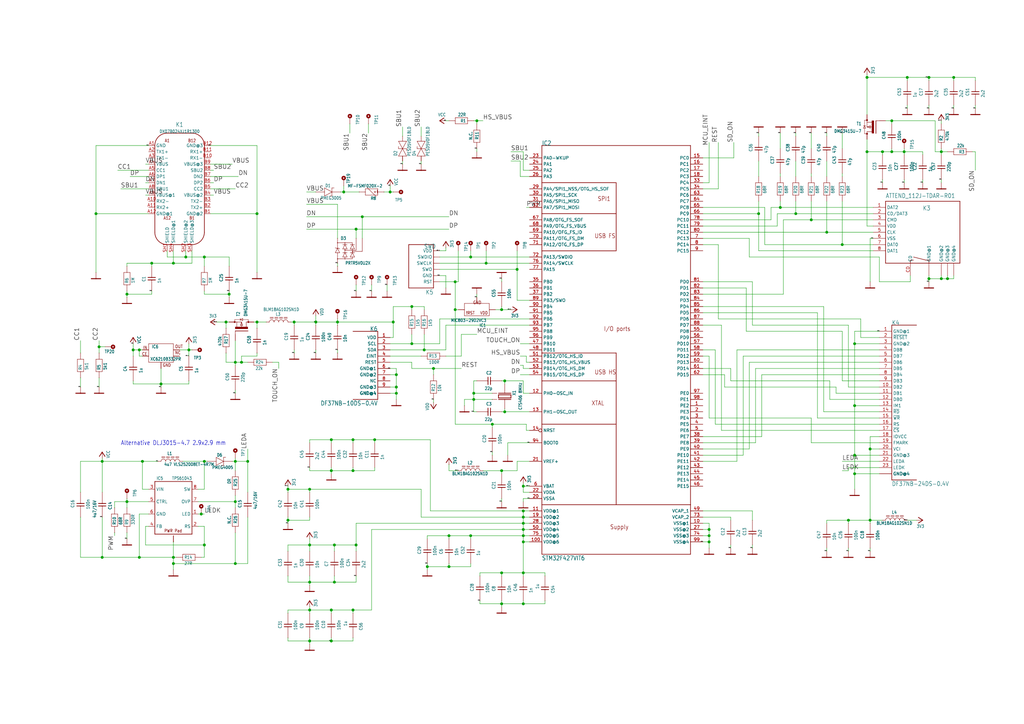
<source format=kicad_sch>
(kicad_sch (version 20210126) (generator eeschema)
  (paper "A3")
  (title_block (date "2021-02-12"))
  (junction (at 39.37 87.63) (diameter 1.016))
  (junction (at 40.64 142.24) (diameter 1.016))
  (junction (at 41.91 189.23) (diameter 1.016))
  (junction (at 41.91 228.6) (diameter 1.016))
  (junction (at 52.07 120.65) (diameter 1.016))
  (junction (at 52.07 205.74) (diameter 1.016))
  (junction (at 54.61 143.51) (diameter 1.016))
  (junction (at 57.15 143.51) (diameter 1.016))
  (junction (at 57.15 228.6) (diameter 1.016))
  (junction (at 58.42 189.23) (diameter 1.016))
  (junction (at 62.23 107.95) (diameter 1.016))
  (junction (at 66.04 157.48) (diameter 1.016))
  (junction (at 71.12 107.95) (diameter 1.016))
  (junction (at 71.12 228.6) (diameter 1.016))
  (junction (at 71.12 231.14) (diameter 1.016))
  (junction (at 76.2 105.41) (diameter 1.016))
  (junction (at 77.47 143.51) (diameter 1.016))
  (junction (at 82.55 210.82) (diameter 1.016))
  (junction (at 83.82 105.41) (diameter 1.016))
  (junction (at 83.82 189.23) (diameter 1.016))
  (junction (at 83.82 223.52) (diameter 1.016))
  (junction (at 92.71 132.08) (diameter 1.016))
  (junction (at 93.98 120.65) (diameter 1.016))
  (junction (at 96.52 148.59) (diameter 1.016))
  (junction (at 96.52 189.23) (diameter 1.016))
  (junction (at 96.52 205.74) (diameter 1.016))
  (junction (at 96.52 231.14) (diameter 1.016))
  (junction (at 99.06 148.59) (diameter 1.016))
  (junction (at 101.6 189.23) (diameter 1.016))
  (junction (at 105.41 87.63) (diameter 1.016))
  (junction (at 105.41 132.08) (diameter 1.016))
  (junction (at 118.11 200.66) (diameter 1.016))
  (junction (at 118.11 213.36) (diameter 1.016))
  (junction (at 120.65 132.08) (diameter 1.016))
  (junction (at 127 200.66) (diameter 1.016))
  (junction (at 127 223.52) (diameter 1.016))
  (junction (at 127 238.76) (diameter 1.016))
  (junction (at 127 250.19) (diameter 1.016))
  (junction (at 127 262.89) (diameter 1.016))
  (junction (at 129.54 132.08) (diameter 1.016))
  (junction (at 135.89 180.34) (diameter 1.016))
  (junction (at 135.89 193.04) (diameter 1.016))
  (junction (at 135.89 250.19) (diameter 1.016))
  (junction (at 135.89 262.89) (diameter 1.016))
  (junction (at 137.16 223.52) (diameter 1.016))
  (junction (at 137.16 238.76) (diameter 1.016))
  (junction (at 138.43 132.08) (diameter 1.016))
  (junction (at 140.97 78.74) (diameter 1.016))
  (junction (at 144.78 180.34) (diameter 1.016))
  (junction (at 144.78 193.04) (diameter 1.016))
  (junction (at 144.78 250.19) (diameter 1.016))
  (junction (at 146.05 93.98) (diameter 1.016))
  (junction (at 146.05 223.52) (diameter 1.016))
  (junction (at 148.59 88.9) (diameter 1.016))
  (junction (at 153.67 180.34) (diameter 1.016))
  (junction (at 160.02 78.74) (diameter 1.016))
  (junction (at 161.29 132.08) (diameter 1.016))
  (junction (at 162.56 153.67) (diameter 1.016))
  (junction (at 162.56 158.75) (diameter 1.016))
  (junction (at 162.56 161.29) (diameter 1.016))
  (junction (at 168.91 125.73) (diameter 1.016))
  (junction (at 168.91 140.97) (diameter 1.016))
  (junction (at 173.99 143.51) (diameter 1.016))
  (junction (at 175.26 232.41) (diameter 1.016))
  (junction (at 177.8 151.13) (diameter 1.016))
  (junction (at 184.15 219.71) (diameter 1.016))
  (junction (at 184.15 232.41) (diameter 1.016))
  (junction (at 186.69 115.57) (diameter 1.016))
  (junction (at 186.69 127) (diameter 1.016))
  (junction (at 193.04 105.41) (diameter 1.016))
  (junction (at 193.04 219.71) (diameter 1.016))
  (junction (at 194.31 161.29) (diameter 1.016))
  (junction (at 194.31 163.83) (diameter 1.016))
  (junction (at 195.58 49.53) (diameter 1.016))
  (junction (at 199.39 107.95) (diameter 1.016))
  (junction (at 201.93 173.99) (diameter 1.016))
  (junction (at 205.74 127) (diameter 1.016))
  (junction (at 205.74 193.04) (diameter 1.016))
  (junction (at 205.74 234.95) (diameter 1.016))
  (junction (at 205.74 247.65) (diameter 1.016))
  (junction (at 207.01 156.21) (diameter 1.016))
  (junction (at 207.01 168.91) (diameter 1.016))
  (junction (at 212.09 110.49) (diameter 1.016))
  (junction (at 214.63 199.39) (diameter 1.016))
  (junction (at 214.63 209.55) (diameter 1.016))
  (junction (at 214.63 212.09) (diameter 1.016))
  (junction (at 214.63 214.63) (diameter 1.016))
  (junction (at 214.63 217.17) (diameter 1.016))
  (junction (at 214.63 219.71) (diameter 1.016))
  (junction (at 214.63 222.25) (diameter 1.016))
  (junction (at 214.63 234.95) (diameter 1.016))
  (junction (at 214.63 247.65) (diameter 1.016))
  (junction (at 290.83 217.17) (diameter 1.016))
  (junction (at 290.83 219.71) (diameter 1.016))
  (junction (at 290.83 222.25) (diameter 1.016))
  (junction (at 311.15 87.63) (diameter 1.016))
  (junction (at 320.04 85.09) (diameter 1.016))
  (junction (at 326.39 87.63) (diameter 1.016))
  (junction (at 332.74 90.17) (diameter 1.016))
  (junction (at 339.09 95.25) (diameter 1.016))
  (junction (at 345.44 100.33) (diameter 1.016))
  (junction (at 347.98 213.36) (diameter 1.016))
  (junction (at 350.52 140.97) (diameter 1.016))
  (junction (at 350.52 166.37) (diameter 1.016))
  (junction (at 350.52 186.69) (diameter 1.016))
  (junction (at 350.52 194.31) (diameter 1.016))
  (junction (at 355.6 31.75) (diameter 1.016))
  (junction (at 355.6 62.23) (diameter 1.016))
  (junction (at 356.87 184.15) (diameter 1.016))
  (junction (at 356.87 213.36) (diameter 1.016))
  (junction (at 361.95 62.23) (diameter 1.016))
  (junction (at 365.76 49.53) (diameter 1.016))
  (junction (at 365.76 62.23) (diameter 1.016))
  (junction (at 370.84 62.23) (diameter 1.016))
  (junction (at 372.11 31.75) (diameter 1.016))
  (junction (at 381 31.75) (diameter 1.016))
  (junction (at 381 114.3) (diameter 1.016))
  (junction (at 386.08 62.23) (diameter 1.016))
  (junction (at 386.08 114.3) (diameter 1.016))
  (junction (at 388.62 114.3) (diameter 1.016))
  (junction (at 391.16 31.75) (diameter 1.016))
  (wire (pts (xy 33.02 144.78) (xy 33.02 139.7)))
  (wire (pts (xy 33.02 158.75) (xy 33.02 154.94)))
  (wire (pts (xy 33.02 189.23) (xy 33.02 201.93)))
  (wire (pts (xy 33.02 212.09) (xy 33.02 228.6)))
  (wire (pts (xy 33.02 228.6) (xy 41.91 228.6)))
  (wire (pts (xy 39.37 59.69) (xy 39.37 87.63)))
  (wire (pts (xy 39.37 87.63) (xy 39.37 111.76)))
  (wire (pts (xy 40.64 142.24) (xy 40.64 139.7)))
  (wire (pts (xy 40.64 144.78) (xy 40.64 142.24)))
  (wire (pts (xy 40.64 158.75) (xy 40.64 154.94)))
  (wire (pts (xy 41.91 187.96) (xy 41.91 189.23)))
  (wire (pts (xy 41.91 189.23) (xy 33.02 189.23)))
  (wire (pts (xy 41.91 201.93) (xy 41.91 189.23)))
  (wire (pts (xy 41.91 212.09) (xy 41.91 228.6)))
  (wire (pts (xy 41.91 228.6) (xy 57.15 228.6)))
  (wire (pts (xy 43.18 142.24) (xy 40.64 142.24)))
  (wire (pts (xy 46.99 205.74) (xy 46.99 208.28)))
  (wire (pts (xy 46.99 218.44) (xy 46.99 219.71)))
  (wire (pts (xy 52.07 107.95) (xy 52.07 109.22)))
  (wire (pts (xy 52.07 107.95) (xy 62.23 107.95)))
  (wire (pts (xy 52.07 120.65) (xy 52.07 119.38)))
  (wire (pts (xy 52.07 121.92) (xy 52.07 120.65)))
  (wire (pts (xy 52.07 204.47) (xy 52.07 205.74)))
  (wire (pts (xy 52.07 205.74) (xy 46.99 205.74)))
  (wire (pts (xy 52.07 208.28) (xy 52.07 205.74)))
  (wire (pts (xy 52.07 220.98) (xy 52.07 218.44)))
  (wire (pts (xy 54.61 140.97) (xy 54.61 143.51)))
  (wire (pts (xy 54.61 143.51) (xy 54.61 146.05)))
  (wire (pts (xy 54.61 156.21) (xy 54.61 157.48)))
  (wire (pts (xy 54.61 157.48) (xy 66.04 157.48)))
  (wire (pts (xy 57.15 143.51) (xy 54.61 143.51)))
  (wire (pts (xy 57.15 146.05) (xy 57.15 143.51)))
  (wire (pts (xy 57.15 210.82) (xy 57.15 228.6)))
  (wire (pts (xy 58.42 143.51) (xy 57.15 143.51)))
  (wire (pts (xy 58.42 146.05) (xy 57.15 146.05)))
  (wire (pts (xy 58.42 189.23) (xy 41.91 189.23)))
  (wire (pts (xy 58.42 200.66) (xy 58.42 189.23)))
  (wire (pts (xy 59.69 215.9) (xy 59.69 223.52)))
  (wire (pts (xy 59.69 223.52) (xy 83.82 223.52)))
  (wire (pts (xy 60.96 59.69) (xy 39.37 59.69)))
  (wire (pts (xy 60.96 67.31) (xy 59.69 67.31)))
  (wire (pts (xy 60.96 69.85) (xy 48.26 69.85)))
  (wire (pts (xy 60.96 72.39) (xy 53.34 72.39)))
  (wire (pts (xy 60.96 74.93) (xy 59.69 74.93)))
  (wire (pts (xy 60.96 77.47) (xy 49.53 77.47)))
  (wire (pts (xy 60.96 80.01) (xy 59.69 80.01)))
  (wire (pts (xy 60.96 87.63) (xy 39.37 87.63)))
  (wire (pts (xy 60.96 200.66) (xy 58.42 200.66)))
  (wire (pts (xy 60.96 205.74) (xy 52.07 205.74)))
  (wire (pts (xy 60.96 210.82) (xy 57.15 210.82)))
  (wire (pts (xy 60.96 215.9) (xy 59.69 215.9)))
  (wire (pts (xy 62.23 107.95) (xy 62.23 109.22)))
  (wire (pts (xy 62.23 119.38) (xy 62.23 120.65)))
  (wire (pts (xy 62.23 120.65) (xy 52.07 120.65)))
  (wire (pts (xy 64.77 189.23) (xy 58.42 189.23)))
  (wire (pts (xy 66.04 151.13) (xy 66.04 157.48)))
  (wire (pts (xy 66.04 158.75) (xy 66.04 157.48)))
  (wire (pts (xy 68.58 105.41) (xy 68.58 102.87)))
  (wire (pts (xy 71.12 102.87) (xy 71.12 107.95)))
  (wire (pts (xy 71.12 107.95) (xy 62.23 107.95)))
  (wire (pts (xy 71.12 222.25) (xy 71.12 228.6)))
  (wire (pts (xy 71.12 228.6) (xy 57.15 228.6)))
  (wire (pts (xy 71.12 231.14) (xy 71.12 228.6)))
  (wire (pts (xy 71.12 233.68) (xy 71.12 231.14)))
  (wire (pts (xy 72.39 228.6) (xy 71.12 228.6)))
  (wire (pts (xy 73.66 143.51) (xy 77.47 143.51)))
  (wire (pts (xy 74.93 189.23) (xy 83.82 189.23)))
  (wire (pts (xy 76.2 105.41) (xy 68.58 105.41)))
  (wire (pts (xy 76.2 105.41) (xy 76.2 102.87)))
  (wire (pts (xy 77.47 143.51) (xy 77.47 140.97)))
  (wire (pts (xy 77.47 146.05) (xy 77.47 143.51)))
  (wire (pts (xy 77.47 156.21) (xy 77.47 157.48)))
  (wire (pts (xy 77.47 157.48) (xy 66.04 157.48)))
  (wire (pts (xy 78.74 102.87) (xy 78.74 107.95)))
  (wire (pts (xy 78.74 107.95) (xy 71.12 107.95)))
  (wire (pts (xy 78.74 143.51) (xy 77.47 143.51)))
  (wire (pts (xy 81.28 200.66) (xy 83.82 200.66)))
  (wire (pts (xy 81.28 205.74) (xy 96.52 205.74)))
  (wire (pts (xy 81.28 210.82) (xy 82.55 210.82)))
  (wire (pts (xy 81.28 215.9) (xy 83.82 215.9)))
  (wire (pts (xy 82.55 210.82) (xy 83.82 210.82)))
  (wire (pts (xy 83.82 105.41) (xy 76.2 105.41)))
  (wire (pts (xy 83.82 105.41) (xy 83.82 109.22)))
  (wire (pts (xy 83.82 105.41) (xy 93.98 105.41)))
  (wire (pts (xy 83.82 120.65) (xy 83.82 119.38)))
  (wire (pts (xy 83.82 189.23) (xy 85.09 189.23)))
  (wire (pts (xy 83.82 200.66) (xy 83.82 189.23)))
  (wire (pts (xy 83.82 215.9) (xy 83.82 223.52)))
  (wire (pts (xy 83.82 223.52) (xy 83.82 228.6)))
  (wire (pts (xy 83.82 228.6) (xy 82.55 228.6)))
  (wire (pts (xy 86.36 59.69) (xy 105.41 59.69)))
  (wire (pts (xy 86.36 67.31) (xy 95.25 67.31)))
  (wire (pts (xy 86.36 69.85) (xy 87.63 69.85)))
  (wire (pts (xy 86.36 72.39) (xy 97.79 72.39)))
  (wire (pts (xy 86.36 74.93) (xy 87.63 74.93)))
  (wire (pts (xy 86.36 77.47) (xy 96.52 77.47)))
  (wire (pts (xy 86.36 80.01) (xy 87.63 80.01)))
  (wire (pts (xy 86.36 87.63) (xy 105.41 87.63)))
  (wire (pts (xy 88.9 132.08) (xy 92.71 132.08)))
  (wire (pts (xy 92.71 132.08) (xy 93.98 132.08)))
  (wire (pts (xy 92.71 134.62) (xy 92.71 132.08)))
  (wire (pts (xy 92.71 144.78) (xy 92.71 148.59)))
  (wire (pts (xy 92.71 148.59) (xy 96.52 148.59)))
  (wire (pts (xy 93.98 105.41) (xy 93.98 109.22)))
  (wire (pts (xy 93.98 119.38) (xy 93.98 120.65)))
  (wire (pts (xy 93.98 120.65) (xy 83.82 120.65)))
  (wire (pts (xy 93.98 121.92) (xy 93.98 120.65)))
  (wire (pts (xy 95.25 189.23) (xy 96.52 189.23)))
  (wire (pts (xy 96.52 148.59) (xy 96.52 139.7)))
  (wire (pts (xy 96.52 148.59) (xy 99.06 148.59)))
  (wire (pts (xy 96.52 149.86) (xy 96.52 148.59)))
  (wire (pts (xy 96.52 161.29) (xy 96.52 160.02)))
  (wire (pts (xy 96.52 187.96) (xy 96.52 189.23)))
  (wire (pts (xy 96.52 189.23) (xy 101.6 189.23)))
  (wire (pts (xy 96.52 193.04) (xy 96.52 189.23)))
  (wire (pts (xy 96.52 203.2) (xy 96.52 205.74)))
  (wire (pts (xy 96.52 205.74) (xy 96.52 208.28)))
  (wire (pts (xy 96.52 218.44) (xy 96.52 231.14)))
  (wire (pts (xy 96.52 231.14) (xy 71.12 231.14)))
  (wire (pts (xy 99.06 146.05) (xy 99.06 148.59)))
  (wire (pts (xy 99.06 148.59) (xy 101.6 148.59)))
  (wire (pts (xy 101.6 189.23) (xy 101.6 184.15)))
  (wire (pts (xy 101.6 189.23) (xy 101.6 201.93)))
  (wire (pts (xy 101.6 212.09) (xy 101.6 231.14)))
  (wire (pts (xy 101.6 231.14) (xy 96.52 231.14)))
  (wire (pts (xy 104.14 132.08) (xy 105.41 132.08)))
  (wire (pts (xy 105.41 59.69) (xy 105.41 87.63)))
  (wire (pts (xy 105.41 87.63) (xy 105.41 111.76)))
  (wire (pts (xy 105.41 132.08) (xy 109.22 132.08)))
  (wire (pts (xy 105.41 134.62) (xy 105.41 132.08)))
  (wire (pts (xy 105.41 144.78) (xy 105.41 146.05)))
  (wire (pts (xy 105.41 146.05) (xy 99.06 146.05)))
  (wire (pts (xy 114.3 148.59) (xy 111.76 148.59)))
  (wire (pts (xy 114.3 151.13) (xy 114.3 148.59)))
  (wire (pts (xy 118.11 199.39) (xy 118.11 200.66)))
  (wire (pts (xy 118.11 200.66) (xy 118.11 201.93)))
  (wire (pts (xy 118.11 200.66) (xy 127 200.66)))
  (wire (pts (xy 118.11 213.36) (xy 118.11 212.09)))
  (wire (pts (xy 118.11 213.36) (xy 127 213.36)))
  (wire (pts (xy 118.11 214.63) (xy 118.11 213.36)))
  (wire (pts (xy 118.11 223.52) (xy 118.11 226.06)))
  (wire (pts (xy 118.11 238.76) (xy 118.11 236.22)))
  (wire (pts (xy 118.11 250.19) (xy 118.11 251.46)))
  (wire (pts (xy 118.11 262.89) (xy 118.11 261.62)))
  (wire (pts (xy 119.38 132.08) (xy 120.65 132.08)))
  (wire (pts (xy 120.65 132.08) (xy 120.65 133.35)))
  (wire (pts (xy 120.65 132.08) (xy 129.54 132.08)))
  (wire (pts (xy 120.65 144.78) (xy 120.65 143.51)))
  (wire (pts (xy 127 180.34) (xy 135.89 180.34)))
  (wire (pts (xy 127 181.61) (xy 127 180.34)))
  (wire (pts (xy 127 191.77) (xy 127 193.04)))
  (wire (pts (xy 127 193.04) (xy 135.89 193.04)))
  (wire (pts (xy 127 200.66) (xy 127 201.93)))
  (wire (pts (xy 127 200.66) (xy 172.72 200.66)))
  (wire (pts (xy 127 213.36) (xy 127 212.09)))
  (wire (pts (xy 127 220.98) (xy 127 223.52)))
  (wire (pts (xy 127 223.52) (xy 118.11 223.52)))
  (wire (pts (xy 127 223.52) (xy 127 226.06)))
  (wire (pts (xy 127 236.22) (xy 127 238.76)))
  (wire (pts (xy 127 238.76) (xy 118.11 238.76)))
  (wire (pts (xy 127 238.76) (xy 127 240.03)))
  (wire (pts (xy 127 248.92) (xy 127 250.19)))
  (wire (pts (xy 127 250.19) (xy 118.11 250.19)))
  (wire (pts (xy 127 251.46) (xy 127 250.19)))
  (wire (pts (xy 127 261.62) (xy 127 262.89)))
  (wire (pts (xy 127 262.89) (xy 118.11 262.89)))
  (wire (pts (xy 127 262.89) (xy 127 264.16)))
  (wire (pts (xy 129.54 78.74) (xy 125.73 78.74)))
  (wire (pts (xy 129.54 129.54) (xy 129.54 132.08)))
  (wire (pts (xy 129.54 132.08) (xy 129.54 133.35)))
  (wire (pts (xy 129.54 132.08) (xy 138.43 132.08)))
  (wire (pts (xy 129.54 144.78) (xy 129.54 143.51)))
  (wire (pts (xy 135.89 180.34) (xy 144.78 180.34)))
  (wire (pts (xy 135.89 181.61) (xy 135.89 180.34)))
  (wire (pts (xy 135.89 191.77) (xy 135.89 193.04)))
  (wire (pts (xy 135.89 193.04) (xy 135.89 194.31)))
  (wire (pts (xy 135.89 193.04) (xy 144.78 193.04)))
  (wire (pts (xy 135.89 250.19) (xy 127 250.19)))
  (wire (pts (xy 135.89 251.46) (xy 135.89 250.19)))
  (wire (pts (xy 135.89 261.62) (xy 135.89 262.89)))
  (wire (pts (xy 135.89 262.89) (xy 127 262.89)))
  (wire (pts (xy 135.89 262.89) (xy 144.78 262.89)))
  (wire (pts (xy 137.16 223.52) (xy 127 223.52)))
  (wire (pts (xy 137.16 223.52) (xy 137.16 226.06)))
  (wire (pts (xy 137.16 236.22) (xy 137.16 238.76)))
  (wire (pts (xy 137.16 238.76) (xy 127 238.76)))
  (wire (pts (xy 138.43 83.82) (xy 125.73 83.82)))
  (wire (pts (xy 138.43 97.79) (xy 138.43 83.82)))
  (wire (pts (xy 138.43 107.95) (xy 138.43 109.22)))
  (wire (pts (xy 138.43 130.81) (xy 138.43 132.08)))
  (wire (pts (xy 138.43 132.08) (xy 161.29 132.08)))
  (wire (pts (xy 138.43 133.35) (xy 138.43 132.08)))
  (wire (pts (xy 138.43 143.51) (xy 138.43 144.78)))
  (wire (pts (xy 139.7 78.74) (xy 140.97 78.74)))
  (wire (pts (xy 140.97 76.2) (xy 140.97 78.74)))
  (wire (pts (xy 140.97 78.74) (xy 147.32 78.74)))
  (wire (pts (xy 143.51 50.8) (xy 143.51 54.61)))
  (wire (pts (xy 144.78 180.34) (xy 153.67 180.34)))
  (wire (pts (xy 144.78 181.61) (xy 144.78 180.34)))
  (wire (pts (xy 144.78 191.77) (xy 144.78 193.04)))
  (wire (pts (xy 144.78 193.04) (xy 153.67 193.04)))
  (wire (pts (xy 144.78 250.19) (xy 135.89 250.19)))
  (wire (pts (xy 144.78 251.46) (xy 144.78 250.19)))
  (wire (pts (xy 144.78 262.89) (xy 144.78 261.62)))
  (wire (pts (xy 146.05 93.98) (xy 125.73 93.98)))
  (wire (pts (xy 146.05 93.98) (xy 184.15 93.98)))
  (wire (pts (xy 146.05 97.79) (xy 146.05 93.98)))
  (wire (pts (xy 146.05 119.38) (xy 146.05 116.84)))
  (wire (pts (xy 146.05 214.63) (xy 146.05 223.52)))
  (wire (pts (xy 146.05 223.52) (xy 137.16 223.52)))
  (wire (pts (xy 146.05 223.52) (xy 146.05 226.06)))
  (wire (pts (xy 146.05 236.22) (xy 146.05 238.76)))
  (wire (pts (xy 146.05 238.76) (xy 137.16 238.76)))
  (wire (pts (xy 148.59 88.9) (xy 125.73 88.9)))
  (wire (pts (xy 148.59 88.9) (xy 184.15 88.9)))
  (wire (pts (xy 148.59 97.79) (xy 148.59 88.9)))
  (wire (pts (xy 151.13 50.8) (xy 151.13 54.61)))
  (wire (pts (xy 152.4 119.38) (xy 152.4 116.84)))
  (wire (pts (xy 152.4 217.17) (xy 152.4 250.19)))
  (wire (pts (xy 152.4 250.19) (xy 144.78 250.19)))
  (wire (pts (xy 153.67 180.34) (xy 153.67 181.61)))
  (wire (pts (xy 153.67 193.04) (xy 153.67 191.77)))
  (wire (pts (xy 157.48 78.74) (xy 160.02 78.74)))
  (wire (pts (xy 158.75 116.84) (xy 158.75 119.38)))
  (wire (pts (xy 160.02 76.2) (xy 160.02 78.74)))
  (wire (pts (xy 160.02 140.97) (xy 168.91 140.97)))
  (wire (pts (xy 160.02 143.51) (xy 173.99 143.51)))
  (wire (pts (xy 160.02 146.05) (xy 172.72 146.05)))
  (wire (pts (xy 160.02 148.59) (xy 168.91 148.59)))
  (wire (pts (xy 160.02 151.13) (xy 162.56 151.13)))
  (wire (pts (xy 160.02 153.67) (xy 162.56 153.67)))
  (wire (pts (xy 160.02 158.75) (xy 162.56 158.75)))
  (wire (pts (xy 160.02 161.29) (xy 162.56 161.29)))
  (wire (pts (xy 161.29 78.74) (xy 160.02 78.74)))
  (wire (pts (xy 161.29 125.73) (xy 161.29 132.08)))
  (wire (pts (xy 161.29 132.08) (xy 161.29 138.43)))
  (wire (pts (xy 161.29 138.43) (xy 160.02 138.43)))
  (wire (pts (xy 162.56 151.13) (xy 162.56 153.67)))
  (wire (pts (xy 162.56 153.67) (xy 162.56 158.75)))
  (wire (pts (xy 162.56 158.75) (xy 162.56 161.29)))
  (wire (pts (xy 162.56 161.29) (xy 162.56 163.83)))
  (wire (pts (xy 165.1 55.88) (xy 165.1 52.07)))
  (wire (pts (xy 165.1 67.31) (xy 165.1 66.04)))
  (wire (pts (xy 168.91 125.73) (xy 161.29 125.73)))
  (wire (pts (xy 168.91 127) (xy 168.91 125.73)))
  (wire (pts (xy 168.91 137.16) (xy 168.91 140.97)))
  (wire (pts (xy 168.91 140.97) (xy 180.34 140.97)))
  (wire (pts (xy 168.91 148.59) (xy 168.91 151.13)))
  (wire (pts (xy 168.91 151.13) (xy 177.8 151.13)))
  (wire (pts (xy 172.72 55.88) (xy 172.72 52.07)))
  (wire (pts (xy 172.72 67.31) (xy 172.72 66.04)))
  (wire (pts (xy 172.72 200.66) (xy 172.72 212.09)))
  (wire (pts (xy 172.72 212.09) (xy 214.63 212.09)))
  (wire (pts (xy 173.99 125.73) (xy 168.91 125.73)))
  (wire (pts (xy 173.99 127) (xy 173.99 125.73)))
  (wire (pts (xy 173.99 137.16) (xy 173.99 143.51)))
  (wire (pts (xy 173.99 143.51) (xy 182.88 143.51)))
  (wire (pts (xy 175.26 219.71) (xy 184.15 219.71)))
  (wire (pts (xy 175.26 220.98) (xy 175.26 219.71)))
  (wire (pts (xy 175.26 231.14) (xy 175.26 232.41)))
  (wire (pts (xy 175.26 232.41) (xy 184.15 232.41)))
  (wire (pts (xy 175.26 233.68) (xy 175.26 232.41)))
  (wire (pts (xy 176.53 180.34) (xy 153.67 180.34)))
  (wire (pts (xy 176.53 209.55) (xy 176.53 180.34)))
  (wire (pts (xy 176.53 209.55) (xy 214.63 209.55)))
  (wire (pts (xy 177.8 151.13) (xy 189.23 151.13)))
  (wire (pts (xy 177.8 153.67) (xy 177.8 151.13)))
  (wire (pts (xy 177.8 163.83) (xy 177.8 165.1)))
  (wire (pts (xy 180.34 102.87) (xy 182.88 102.87)))
  (wire (pts (xy 180.34 105.41) (xy 193.04 105.41)))
  (wire (pts (xy 180.34 107.95) (xy 199.39 107.95)))
  (wire (pts (xy 180.34 110.49) (xy 212.09 110.49)))
  (wire (pts (xy 180.34 113.03) (xy 182.88 113.03)))
  (wire (pts (xy 180.34 130.81) (xy 217.17 130.81)))
  (wire (pts (xy 180.34 140.97) (xy 180.34 130.81)))
  (wire (pts (xy 182.88 49.53) (xy 184.15 49.53)))
  (wire (pts (xy 182.88 102.87) (xy 182.88 101.6)))
  (wire (pts (xy 182.88 113.03) (xy 182.88 118.11)))
  (wire (pts (xy 182.88 133.35) (xy 217.17 133.35)))
  (wire (pts (xy 182.88 143.51) (xy 182.88 133.35)))
  (wire (pts (xy 182.88 146.05) (xy 189.23 146.05)))
  (wire (pts (xy 184.15 193.04) (xy 184.15 190.5)))
  (wire (pts (xy 184.15 219.71) (xy 184.15 220.98)))
  (wire (pts (xy 184.15 232.41) (xy 184.15 231.14)))
  (wire (pts (xy 186.69 115.57) (xy 180.34 115.57)))
  (wire (pts (xy 186.69 127) (xy 186.69 115.57)))
  (wire (pts (xy 186.69 173.99) (xy 186.69 127)))
  (wire (pts (xy 187.96 102.87) (xy 187.96 115.57)))
  (wire (pts (xy 187.96 115.57) (xy 186.69 115.57)))
  (wire (pts (xy 187.96 127) (xy 186.69 127)))
  (wire (pts (xy 187.96 193.04) (xy 184.15 193.04)))
  (wire (pts (xy 189.23 137.16) (xy 195.58 137.16)))
  (wire (pts (xy 189.23 146.05) (xy 189.23 137.16)))
  (wire (pts (xy 190.5 163.83) (xy 190.5 166.37)))
  (wire (pts (xy 193.04 102.87) (xy 193.04 105.41)))
  (wire (pts (xy 193.04 105.41) (xy 217.17 105.41)))
  (wire (pts (xy 193.04 219.71) (xy 184.15 219.71)))
  (wire (pts (xy 193.04 220.98) (xy 193.04 219.71)))
  (wire (pts (xy 193.04 231.14) (xy 193.04 232.41)))
  (wire (pts (xy 193.04 232.41) (xy 184.15 232.41)))
  (wire (pts (xy 194.31 49.53) (xy 195.58 49.53)))
  (wire (pts (xy 194.31 156.21) (xy 195.58 156.21)))
  (wire (pts (xy 194.31 161.29) (xy 194.31 156.21)))
  (wire (pts (xy 194.31 163.83) (xy 190.5 163.83)))
  (wire (pts (xy 194.31 163.83) (xy 194.31 161.29)))
  (wire (pts (xy 194.31 168.91) (xy 194.31 163.83)))
  (wire (pts (xy 195.58 49.53) (xy 195.58 50.8)))
  (wire (pts (xy 195.58 49.53) (xy 198.12 49.53)))
  (wire (pts (xy 195.58 60.96) (xy 195.58 62.23)))
  (wire (pts (xy 195.58 121.92) (xy 195.58 120.65)))
  (wire (pts (xy 195.58 168.91) (xy 194.31 168.91)))
  (wire (pts (xy 196.85 234.95) (xy 205.74 234.95)))
  (wire (pts (xy 196.85 236.22) (xy 196.85 234.95)))
  (wire (pts (xy 196.85 246.38) (xy 196.85 247.65)))
  (wire (pts (xy 196.85 247.65) (xy 205.74 247.65)))
  (wire (pts (xy 199.39 102.87) (xy 199.39 107.95)))
  (wire (pts (xy 199.39 107.95) (xy 217.17 107.95)))
  (wire (pts (xy 201.93 161.29) (xy 194.31 161.29)))
  (wire (pts (xy 201.93 163.83) (xy 194.31 163.83)))
  (wire (pts (xy 201.93 173.99) (xy 186.69 173.99)))
  (wire (pts (xy 201.93 173.99) (xy 201.93 175.26)))
  (wire (pts (xy 201.93 185.42) (xy 201.93 186.69)))
  (wire (pts (xy 203.2 127) (xy 205.74 127)))
  (wire (pts (xy 205.74 114.3) (xy 205.74 115.57)))
  (wire (pts (xy 205.74 125.73) (xy 205.74 127)))
  (wire (pts (xy 205.74 193.04) (xy 198.12 193.04)))
  (wire (pts (xy 205.74 194.31) (xy 205.74 193.04)))
  (wire (pts (xy 205.74 205.74) (xy 205.74 204.47)))
  (wire (pts (xy 205.74 234.95) (xy 214.63 234.95)))
  (wire (pts (xy 205.74 236.22) (xy 205.74 234.95)))
  (wire (pts (xy 205.74 246.38) (xy 205.74 247.65)))
  (wire (pts (xy 205.74 247.65) (xy 214.63 247.65)))
  (wire (pts (xy 205.74 248.92) (xy 205.74 247.65)))
  (wire (pts (xy 207.01 156.21) (xy 205.74 156.21)))
  (wire (pts (xy 207.01 157.48) (xy 207.01 156.21)))
  (wire (pts (xy 207.01 167.64) (xy 207.01 168.91)))
  (wire (pts (xy 207.01 168.91) (xy 205.74 168.91)))
  (wire (pts (xy 208.28 181.61) (xy 208.28 186.69)))
  (wire (pts (xy 209.55 127) (xy 205.74 127)))
  (wire (pts (xy 212.09 102.87) (xy 212.09 110.49)))
  (wire (pts (xy 212.09 110.49) (xy 212.09 123.19)))
  (wire (pts (xy 212.09 123.19) (xy 217.17 123.19)))
  (wire (pts (xy 212.09 189.23) (xy 212.09 193.04)))
  (wire (pts (xy 212.09 193.04) (xy 205.74 193.04)))
  (wire (pts (xy 213.36 66.04) (xy 209.55 66.04)))
  (wire (pts (xy 213.36 72.39) (xy 213.36 66.04)))
  (wire (pts (xy 214.63 62.23) (xy 209.55 62.23)))
  (wire (pts (xy 214.63 69.85) (xy 214.63 62.23)))
  (wire (pts (xy 214.63 149.86) (xy 213.36 149.86)))
  (wire (pts (xy 214.63 151.13) (xy 214.63 149.86)))
  (wire (pts (xy 214.63 156.21) (xy 207.01 156.21)))
  (wire (pts (xy 214.63 161.29) (xy 214.63 156.21)))
  (wire (pts (xy 214.63 199.39) (xy 214.63 198.12)))
  (wire (pts (xy 214.63 201.93) (xy 214.63 199.39)))
  (wire (pts (xy 214.63 204.47) (xy 214.63 205.74)))
  (wire (pts (xy 214.63 209.55) (xy 214.63 212.09)))
  (wire (pts (xy 214.63 214.63) (xy 146.05 214.63)))
  (wire (pts (xy 214.63 214.63) (xy 214.63 212.09)))
  (wire (pts (xy 214.63 217.17) (xy 152.4 217.17)))
  (wire (pts (xy 214.63 217.17) (xy 214.63 214.63)))
  (wire (pts (xy 214.63 219.71) (xy 193.04 219.71)))
  (wire (pts (xy 214.63 219.71) (xy 214.63 217.17)))
  (wire (pts (xy 214.63 222.25) (xy 214.63 219.71)))
  (wire (pts (xy 214.63 222.25) (xy 214.63 234.95)))
  (wire (pts (xy 214.63 234.95) (xy 214.63 236.22)))
  (wire (pts (xy 214.63 234.95) (xy 223.52 234.95)))
  (wire (pts (xy 214.63 247.65) (xy 214.63 246.38)))
  (wire (pts (xy 214.63 247.65) (xy 223.52 247.65)))
  (wire (pts (xy 215.9 146.05) (xy 213.36 146.05)))
  (wire (pts (xy 215.9 148.59) (xy 215.9 146.05)))
  (wire (pts (xy 215.9 173.99) (xy 201.93 173.99)))
  (wire (pts (xy 215.9 176.53) (xy 215.9 173.99)))
  (wire (pts (xy 217.17 69.85) (xy 214.63 69.85)))
  (wire (pts (xy 217.17 72.39) (xy 213.36 72.39)))
  (wire (pts (xy 217.17 85.09) (xy 215.9 85.09)))
  (wire (pts (xy 217.17 140.97) (xy 213.36 140.97)))
  (wire (pts (xy 217.17 148.59) (xy 215.9 148.59)))
  (wire (pts (xy 217.17 151.13) (xy 214.63 151.13)))
  (wire (pts (xy 217.17 153.67) (xy 213.36 153.67)))
  (wire (pts (xy 217.17 161.29) (xy 214.63 161.29)))
  (wire (pts (xy 217.17 168.91) (xy 207.01 168.91)))
  (wire (pts (xy 217.17 176.53) (xy 215.9 176.53)))
  (wire (pts (xy 217.17 181.61) (xy 208.28 181.61)))
  (wire (pts (xy 217.17 189.23) (xy 212.09 189.23)))
  (wire (pts (xy 217.17 199.39) (xy 214.63 199.39)))
  (wire (pts (xy 217.17 201.93) (xy 214.63 201.93)))
  (wire (pts (xy 217.17 204.47) (xy 214.63 204.47)))
  (wire (pts (xy 217.17 209.55) (xy 214.63 209.55)))
  (wire (pts (xy 217.17 212.09) (xy 214.63 212.09)))
  (wire (pts (xy 217.17 214.63) (xy 214.63 214.63)))
  (wire (pts (xy 217.17 217.17) (xy 214.63 217.17)))
  (wire (pts (xy 217.17 219.71) (xy 214.63 219.71)))
  (wire (pts (xy 217.17 222.25) (xy 214.63 222.25)))
  (wire (pts (xy 223.52 234.95) (xy 223.52 236.22)))
  (wire (pts (xy 223.52 247.65) (xy 223.52 246.38)))
  (wire (pts (xy 288.29 64.77) (xy 300.99 64.77)))
  (wire (pts (xy 288.29 74.93) (xy 290.83 74.93)))
  (wire (pts (xy 288.29 77.47) (xy 294.64 77.47)))
  (wire (pts (xy 288.29 97.79) (xy 307.34 97.79)))
  (wire (pts (xy 288.29 115.57) (xy 308.61 115.57)))
  (wire (pts (xy 288.29 118.11) (xy 306.07 118.11)))
  (wire (pts (xy 288.29 120.65) (xy 321.31 120.65)))
  (wire (pts (xy 288.29 133.35) (xy 295.91 133.35)))
  (wire (pts (xy 288.29 143.51) (xy 293.37 143.51)))
  (wire (pts (xy 288.29 146.05) (xy 290.83 146.05)))
  (wire (pts (xy 288.29 151.13) (xy 299.72 151.13)))
  (wire (pts (xy 288.29 153.67) (xy 297.18 153.67)))
  (wire (pts (xy 288.29 179.07) (xy 312.42 179.07)))
  (wire (pts (xy 288.29 181.61) (xy 309.88 181.61)))
  (wire (pts (xy 288.29 184.15) (xy 307.34 184.15)))
  (wire (pts (xy 288.29 186.69) (xy 304.8 186.69)))
  (wire (pts (xy 288.29 189.23) (xy 302.26 189.23)))
  (wire (pts (xy 288.29 209.55) (xy 308.61 209.55)))
  (wire (pts (xy 288.29 212.09) (xy 299.72 212.09)))
  (wire (pts (xy 288.29 214.63) (xy 290.83 214.63)))
  (wire (pts (xy 288.29 217.17) (xy 290.83 217.17)))
  (wire (pts (xy 288.29 219.71) (xy 290.83 219.71)))
  (wire (pts (xy 288.29 222.25) (xy 290.83 222.25)))
  (wire (pts (xy 290.83 74.93) (xy 290.83 58.42)))
  (wire (pts (xy 290.83 146.05) (xy 290.83 171.45)))
  (wire (pts (xy 290.83 171.45) (xy 332.74 171.45)))
  (wire (pts (xy 290.83 214.63) (xy 290.83 217.17)))
  (wire (pts (xy 290.83 217.17) (xy 290.83 219.71)))
  (wire (pts (xy 290.83 219.71) (xy 290.83 222.25)))
  (wire (pts (xy 290.83 222.25) (xy 290.83 224.79)))
  (wire (pts (xy 293.37 143.51) (xy 293.37 173.99)))
  (wire (pts (xy 293.37 173.99) (xy 360.68 173.99)))
  (wire (pts (xy 294.64 77.47) (xy 294.64 58.42)))
  (wire (pts (xy 294.64 100.33) (xy 288.29 100.33)))
  (wire (pts (xy 294.64 130.81) (xy 294.64 100.33)))
  (wire (pts (xy 295.91 133.35) (xy 295.91 176.53)))
  (wire (pts (xy 295.91 176.53) (xy 360.68 176.53)))
  (wire (pts (xy 297.18 153.67) (xy 297.18 158.75)))
  (wire (pts (xy 297.18 158.75) (xy 342.9 158.75)))
  (wire (pts (xy 299.72 151.13) (xy 299.72 156.21)))
  (wire (pts (xy 299.72 156.21) (xy 340.36 156.21)))
  (wire (pts (xy 299.72 212.09) (xy 299.72 213.36)))
  (wire (pts (xy 299.72 224.79) (xy 299.72 223.52)))
  (wire (pts (xy 300.99 64.77) (xy 300.99 58.42)))
  (wire (pts (xy 302.26 143.51) (xy 360.68 143.51)))
  (wire (pts (xy 302.26 189.23) (xy 302.26 143.51)))
  (wire (pts (xy 304.8 146.05) (xy 360.68 146.05)))
  (wire (pts (xy 304.8 186.69) (xy 304.8 146.05)))
  (wire (pts (xy 306.07 118.11) (xy 306.07 135.89)))
  (wire (pts (xy 306.07 135.89) (xy 345.44 135.89)))
  (wire (pts (xy 307.34 97.79) (xy 307.34 105.41)))
  (wire (pts (xy 307.34 105.41) (xy 360.68 105.41)))
  (wire (pts (xy 307.34 148.59) (xy 360.68 148.59)))
  (wire (pts (xy 307.34 184.15) (xy 307.34 148.59)))
  (wire (pts (xy 308.61 115.57) (xy 308.61 133.35)))
  (wire (pts (xy 308.61 133.35) (xy 347.98 133.35)))
  (wire (pts (xy 308.61 209.55) (xy 308.61 213.36)))
  (wire (pts (xy 308.61 224.79) (xy 308.61 223.52)))
  (wire (pts (xy 309.88 151.13) (xy 360.68 151.13)))
  (wire (pts (xy 309.88 181.61) (xy 309.88 151.13)))
  (wire (pts (xy 311.15 54.61) (xy 311.15 55.88)))
  (wire (pts (xy 311.15 66.04) (xy 311.15 72.39)))
  (wire (pts (xy 311.15 82.55) (xy 311.15 87.63)))
  (wire (pts (xy 311.15 87.63) (xy 288.29 87.63)))
  (wire (pts (xy 311.15 102.87) (xy 311.15 87.63)))
  (wire (pts (xy 312.42 153.67) (xy 360.68 153.67)))
  (wire (pts (xy 312.42 179.07) (xy 312.42 153.67)))
  (wire (pts (xy 313.69 85.09) (xy 288.29 85.09)))
  (wire (pts (xy 313.69 100.33) (xy 313.69 85.09)))
  (wire (pts (xy 316.23 85.09) (xy 316.23 90.17)))
  (wire (pts (xy 316.23 90.17) (xy 288.29 90.17)))
  (wire (pts (xy 318.77 87.63) (xy 318.77 92.71)))
  (wire (pts (xy 318.77 92.71) (xy 288.29 92.71)))
  (wire (pts (xy 320.04 54.61) (xy 320.04 60.96)))
  (wire (pts (xy 320.04 71.12) (xy 320.04 72.39)))
  (wire (pts (xy 320.04 82.55) (xy 320.04 85.09)))
  (wire (pts (xy 320.04 85.09) (xy 316.23 85.09)))
  (wire (pts (xy 321.31 90.17) (xy 332.74 90.17)))
  (wire (pts (xy 321.31 120.65) (xy 321.31 90.17)))
  (wire (pts (xy 326.39 54.61) (xy 326.39 55.88)))
  (wire (pts (xy 326.39 66.04) (xy 326.39 72.39)))
  (wire (pts (xy 326.39 82.55) (xy 326.39 87.63)))
  (wire (pts (xy 326.39 87.63) (xy 318.77 87.63)))
  (wire (pts (xy 332.74 54.61) (xy 332.74 60.96)))
  (wire (pts (xy 332.74 71.12) (xy 332.74 72.39)))
  (wire (pts (xy 332.74 82.55) (xy 332.74 90.17)))
  (wire (pts (xy 332.74 90.17) (xy 358.14 90.17)))
  (wire (pts (xy 332.74 171.45) (xy 332.74 181.61)))
  (wire (pts (xy 332.74 181.61) (xy 360.68 181.61)))
  (wire (pts (xy 335.28 128.27) (xy 288.29 128.27)))
  (wire (pts (xy 335.28 171.45) (xy 335.28 128.27)))
  (wire (pts (xy 337.82 125.73) (xy 288.29 125.73)))
  (wire (pts (xy 337.82 168.91) (xy 337.82 125.73)))
  (wire (pts (xy 339.09 54.61) (xy 339.09 55.88)))
  (wire (pts (xy 339.09 66.04) (xy 339.09 72.39)))
  (wire (pts (xy 339.09 82.55) (xy 339.09 95.25)))
  (wire (pts (xy 339.09 95.25) (xy 288.29 95.25)))
  (wire (pts (xy 339.09 213.36) (xy 339.09 214.63)))
  (wire (pts (xy 339.09 226.06) (xy 339.09 224.79)))
  (wire (pts (xy 340.36 156.21) (xy 340.36 163.83)))
  (wire (pts (xy 340.36 163.83) (xy 360.68 163.83)))
  (wire (pts (xy 342.9 158.75) (xy 342.9 161.29)))
  (wire (pts (xy 342.9 161.29) (xy 360.68 161.29)))
  (wire (pts (xy 345.44 54.61) (xy 345.44 60.96)))
  (wire (pts (xy 345.44 71.12) (xy 345.44 72.39)))
  (wire (pts (xy 345.44 82.55) (xy 345.44 100.33)))
  (wire (pts (xy 345.44 100.33) (xy 313.69 100.33)))
  (wire (pts (xy 345.44 135.89) (xy 345.44 156.21)))
  (wire (pts (xy 345.44 156.21) (xy 360.68 156.21)))
  (wire (pts (xy 347.98 133.35) (xy 347.98 158.75)))
  (wire (pts (xy 347.98 158.75) (xy 360.68 158.75)))
  (wire (pts (xy 347.98 191.77) (xy 347.98 193.04)))
  (wire (pts (xy 347.98 193.04) (xy 345.44 193.04)))
  (wire (pts (xy 347.98 213.36) (xy 339.09 213.36)))
  (wire (pts (xy 347.98 213.36) (xy 347.98 214.63)))
  (wire (pts (xy 347.98 226.06) (xy 347.98 224.79)))
  (wire (pts (xy 350.52 135.89) (xy 350.52 140.97)))
  (wire (pts (xy 350.52 140.97) (xy 350.52 166.37)))
  (wire (pts (xy 350.52 166.37) (xy 350.52 186.69)))
  (wire (pts (xy 350.52 186.69) (xy 350.52 194.31)))
  (wire (pts (xy 350.52 194.31) (xy 350.52 200.66)))
  (wire (pts (xy 353.06 130.81) (xy 294.64 130.81)))
  (wire (pts (xy 353.06 138.43) (xy 353.06 130.81)))
  (wire (pts (xy 355.6 31.75) (xy 355.6 30.48)))
  (wire (pts (xy 355.6 46.99) (xy 355.6 31.75)))
  (wire (pts (xy 355.6 62.23) (xy 355.6 57.15)))
  (wire (pts (xy 355.6 92.71) (xy 355.6 62.23)))
  (wire (pts (xy 356.87 97.79) (xy 356.87 115.57)))
  (wire (pts (xy 356.87 179.07) (xy 356.87 184.15)))
  (wire (pts (xy 356.87 184.15) (xy 356.87 213.36)))
  (wire (pts (xy 356.87 213.36) (xy 347.98 213.36)))
  (wire (pts (xy 356.87 213.36) (xy 356.87 214.63)))
  (wire (pts (xy 356.87 226.06) (xy 356.87 224.79)))
  (wire (pts (xy 358.14 85.09) (xy 320.04 85.09)))
  (wire (pts (xy 358.14 87.63) (xy 326.39 87.63)))
  (wire (pts (xy 358.14 92.71) (xy 355.6 92.71)))
  (wire (pts (xy 358.14 95.25) (xy 339.09 95.25)))
  (wire (pts (xy 358.14 97.79) (xy 356.87 97.79)))
  (wire (pts (xy 358.14 100.33) (xy 345.44 100.33)))
  (wire (pts (xy 358.14 102.87) (xy 311.15 102.87)))
  (wire (pts (xy 360.68 105.41) (xy 360.68 115.57)))
  (wire (pts (xy 360.68 115.57) (xy 373.38 115.57)))
  (wire (pts (xy 360.68 135.89) (xy 350.52 135.89)))
  (wire (pts (xy 360.68 138.43) (xy 353.06 138.43)))
  (wire (pts (xy 360.68 140.97) (xy 350.52 140.97)))
  (wire (pts (xy 360.68 166.37) (xy 350.52 166.37)))
  (wire (pts (xy 360.68 168.91) (xy 337.82 168.91)))
  (wire (pts (xy 360.68 171.45) (xy 335.28 171.45)))
  (wire (pts (xy 360.68 179.07) (xy 356.87 179.07)))
  (wire (pts (xy 360.68 184.15) (xy 356.87 184.15)))
  (wire (pts (xy 360.68 186.69) (xy 350.52 186.69)))
  (wire (pts (xy 360.68 189.23) (xy 345.44 189.23)))
  (wire (pts (xy 360.68 191.77) (xy 347.98 191.77)))
  (wire (pts (xy 360.68 194.31) (xy 350.52 194.31)))
  (wire (pts (xy 361.95 62.23) (xy 355.6 62.23)))
  (wire (pts (xy 361.95 62.23) (xy 365.76 62.23)))
  (wire (pts (xy 361.95 63.5) (xy 361.95 62.23)))
  (wire (pts (xy 361.95 74.93) (xy 361.95 73.66)))
  (wire (pts (xy 361.95 213.36) (xy 356.87 213.36)))
  (wire (pts (xy 363.22 49.53) (xy 365.76 49.53)))
  (wire (pts (xy 365.76 49.53) (xy 383.54 49.53)))
  (wire (pts (xy 365.76 50.8) (xy 365.76 49.53)))
  (wire (pts (xy 365.76 60.96) (xy 365.76 62.23)))
  (wire (pts (xy 365.76 62.23) (xy 370.84 62.23)))
  (wire (pts (xy 370.84 60.96) (xy 370.84 62.23)))
  (wire (pts (xy 370.84 62.23) (xy 370.84 63.5)))
  (wire (pts (xy 370.84 62.23) (xy 378.46 62.23)))
  (wire (pts (xy 370.84 74.93) (xy 370.84 73.66)))
  (wire (pts (xy 372.11 31.75) (xy 355.6 31.75)))
  (wire (pts (xy 372.11 31.75) (xy 372.11 33.02)))
  (wire (pts (xy 372.11 44.45) (xy 372.11 43.18)))
  (wire (pts (xy 372.11 213.36) (xy 375.92 213.36)))
  (wire (pts (xy 373.38 115.57) (xy 373.38 113.03)))
  (wire (pts (xy 378.46 62.23) (xy 378.46 63.5)))
  (wire (pts (xy 378.46 74.93) (xy 378.46 73.66)))
  (wire (pts (xy 381 31.75) (xy 372.11 31.75)))
  (wire (pts (xy 381 31.75) (xy 381 33.02)))
  (wire (pts (xy 381 31.75) (xy 391.16 31.75)))
  (wire (pts (xy 381 44.45) (xy 381 43.18)))
  (wire (pts (xy 381 114.3) (xy 381 113.03)))
  (wire (pts (xy 381 115.57) (xy 381 114.3)))
  (wire (pts (xy 383.54 49.53) (xy 383.54 62.23)))
  (wire (pts (xy 383.54 62.23) (xy 386.08 62.23)))
  (wire (pts (xy 386.08 49.53) (xy 386.08 50.8)))
  (wire (pts (xy 386.08 62.23) (xy 386.08 60.96)))
  (wire (pts (xy 386.08 63.5) (xy 386.08 62.23)))
  (wire (pts (xy 386.08 73.66) (xy 386.08 74.93)))
  (wire (pts (xy 386.08 113.03) (xy 386.08 114.3)))
  (wire (pts (xy 386.08 114.3) (xy 381 114.3)))
  (wire (pts (xy 388.62 62.23) (xy 386.08 62.23)))
  (wire (pts (xy 388.62 113.03) (xy 388.62 114.3)))
  (wire (pts (xy 388.62 114.3) (xy 386.08 114.3)))
  (wire (pts (xy 391.16 31.75) (xy 391.16 33.02)))
  (wire (pts (xy 391.16 31.75) (xy 400.05 31.75)))
  (wire (pts (xy 391.16 44.45) (xy 391.16 43.18)))
  (wire (pts (xy 391.16 113.03) (xy 391.16 114.3)))
  (wire (pts (xy 391.16 114.3) (xy 388.62 114.3)))
  (wire (pts (xy 398.78 62.23) (xy 400.05 62.23)))
  (wire (pts (xy 400.05 31.75) (xy 400.05 33.02)))
  (wire (pts (xy 400.05 44.45) (xy 400.05 43.18)))
  (wire (pts (xy 400.05 62.23) (xy 400.05 69.85)))
  (text "Alternative DLJ3015-4.7 2.9x2.9 mm" (at 49.53 182.88 180) (effects (font (size 1.778 1.5113)) (justify left bottom)))
  (label "CC1" (at 33.02 139.7 90) (effects (font (size 1.778 1.778))))
  (label "GND" (at 33.02 158.75 180) (effects (font (size 0.254 0.254))))
  (label "CC2" (at 40.64 139.7 90) (effects (font (size 1.778 1.778))))
  (label "GND" (at 40.64 158.75 180) (effects (font (size 0.254 0.254))))
  (label "GND" (at 41.91 212.09 180) (effects (font (size 0.254 0.254))))
  (label "PWM" (at 46.99 219.71 270) (effects (font (size 1.778 1.778))))
  (label "CC1" (at 48.26 69.85 0) (effects (font (size 1.778 1.778))))
  (label "SBU1" (at 49.53 77.47 0) (effects (font (size 1.778 1.778))))
  (label "GND" (at 52.07 220.98 180) (effects (font (size 0.254 0.254))))
  (label "DP" (at 53.34 72.39 0) (effects (font (size 1.778 1.778))))
  (label "VCC" (at 54.61 140.97 180) (effects (font (size 0.254 0.254))))
  (label "VBUS" (at 59.69 67.31 0) (effects (font (size 1.778 1.778))))
  (label "DN" (at 59.69 74.93 0) (effects (font (size 1.778 1.778))))
  (label "VBUS" (at 59.69 80.01 0) (effects (font (size 1.778 1.778))))
  (label "GND" (at 60.96 59.69 180) (effects (font (size 0.254 0.254))))
  (label "GND" (at 62.23 119.38 180) (effects (font (size 0.254 0.254))))
  (label "VCC" (at 64.77 189.23 180) (effects (font (size 0.254 0.254))))
  (label "GND" (at 66.04 158.75 180) (effects (font (size 0.254 0.254))))
  (label "VCC-2" (at 77.47 146.05 180) (effects (font (size 0.254 0.254))))
  (label "LEDK" (at 83.82 210.82 0) (effects (font (size 1.778 1.778))))
  (label "GND" (at 86.36 59.69 180) (effects (font (size 0.254 0.254))))
  (label "SBU2" (at 87.63 69.85 0) (effects (font (size 1.778 1.778))))
  (label "DP" (at 87.63 74.93 0) (effects (font (size 1.778 1.778))))
  (label "VBUS" (at 87.63 80.01 0) (effects (font (size 1.778 1.778))))
  (label "VCC-2" (at 88.9 132.08 180) (effects (font (size 0.254 0.254))))
  (label "GND" (at 93.98 119.38 180) (effects (font (size 0.254 0.254))))
  (label "VBUS" (at 95.25 67.31 0) (effects (font (size 1.778 1.778))))
  (label "CC2" (at 96.52 77.47 0) (effects (font (size 1.778 1.778))))
  (label "GND" (at 96.52 161.29 180) (effects (font (size 0.254 0.254))))
  (label "DN" (at 97.79 72.39 0) (effects (font (size 1.778 1.778))))
  (label "LEDA" (at 101.6 184.15 90) (effects (font (size 1.778 1.778))))
  (label "TOUCH_ON" (at 114.3 151.13 270) (effects (font (size 1.778 1.778))))
  (label "VCC-2" (at 118.11 199.39 180) (effects (font (size 0.254 0.254))))
  (label "GND" (at 118.11 214.63 180) (effects (font (size 0.254 0.254))))
  (label "GND" (at 120.65 144.78 180) (effects (font (size 0.254 0.254))))
  (label "VBUS" (at 125.73 78.74 0) (effects (font (size 1.778 1.778))))
  (label "VBUS" (at 125.73 83.82 0) (effects (font (size 1.778 1.778))))
  (label "DN" (at 125.73 88.9 0) (effects (font (size 1.778 1.778))))
  (label "DP" (at 125.73 93.98 0) (effects (font (size 1.778 1.778))))
  (label "GND" (at 127 191.77 180) (effects (font (size 0.254 0.254))))
  (label "VDD" (at 129.54 132.08 180) (effects (font (size 0.254 0.254))))
  (label "GND" (at 129.54 144.78 180) (effects (font (size 0.254 0.254))))
  (label "GND" (at 135.89 262.89 180) (effects (font (size 0.254 0.254))))
  (label "GND" (at 138.43 107.95 180) (effects (font (size 0.254 0.254))))
  (label "GND" (at 138.43 143.51 180) (effects (font (size 0.254 0.254))))
  (label "SBU1" (at 143.51 54.61 270) (effects (font (size 1.778 1.778))))
  (label "GND" (at 146.05 119.38 180) (effects (font (size 0.254 0.254))))
  (label "GND" (at 146.05 236.22 180) (effects (font (size 0.254 0.254))))
  (label "SBU2" (at 151.13 54.61 270) (effects (font (size 1.778 1.778))))
  (label "GND" (at 152.4 119.38 180) (effects (font (size 0.254 0.254))))
  (label "GND" (at 158.75 116.84 180) (effects (font (size 0.254 0.254))))
  (label "VCC" (at 160.02 76.2 180) (effects (font (size 0.254 0.254))))
  (label "GND" (at 160.02 151.13 180) (effects (font (size 0.254 0.254))))
  (label "SBU1" (at 165.1 52.07 90) (effects (font (size 1.778 1.778))))
  (label "GND" (at 165.1 67.31 180) (effects (font (size 0.254 0.254))))
  (label "SBU2" (at 172.72 52.07 90) (effects (font (size 1.778 1.778))))
  (label "GND" (at 172.72 67.31 180) (effects (font (size 0.254 0.254))))
  (label "GND" (at 175.26 231.14 180) (effects (font (size 0.254 0.254))))
  (label "VDD" (at 177.8 163.83 180) (effects (font (size 0.254 0.254))))
  (label "VCC-2" (at 180.34 102.87 180) (effects (font (size 0.254 0.254))))
  (label "GND" (at 180.34 113.03 180) (effects (font (size 0.254 0.254))))
  (label "VCC" (at 182.88 49.53 180) (effects (font (size 0.254 0.254))))
  (label "DN" (at 184.15 88.9 0) (effects (font (size 1.778 1.778))))
  (label "DP" (at 184.15 93.98 0) (effects (font (size 1.778 1.778))))
  (label "VCC-2" (at 187.96 193.04 180) (effects (font (size 0.254 0.254))))
  (label "REST" (at 189.23 151.13 0) (effects (font (size 1.778 1.778))))
  (label "GND" (at 194.31 168.91 180) (effects (font (size 0.254 0.254))))
  (label "GND" (at 195.58 60.96 180) (effects (font (size 0.254 0.254))))
  (label "GND" (at 195.58 121.92 180) (effects (font (size 0.254 0.254))))
  (label "MCU_EINT" (at 195.58 137.16 0) (effects (font (size 1.778 1.778))))
  (label "GND" (at 196.85 246.38 180) (effects (font (size 0.254 0.254))))
  (label "HS_VBUS" (at 198.12 49.53 0) (effects (font (size 1.778 1.778))))
  (label "GND" (at 201.93 185.42 180) (effects (font (size 0.254 0.254))))
  (label "GND" (at 205.74 114.3 180) (effects (font (size 0.254 0.254))))
  (label "GND" (at 205.74 205.74 180) (effects (font (size 0.254 0.254))))
  (label "SBU1" (at 209.55 62.23 0) (effects (font (size 1.778 1.778))))
  (label "SBU2" (at 209.55 66.04 0) (effects (font (size 1.778 1.778))))
  (label "VCC-2" (at 209.55 127 180) (effects (font (size 0.254 0.254))))
  (label "TOUCH_ON" (at 213.36 140.97 180) (effects (font (size 1.778 1.778))))
  (label "HS_VBUS" (at 213.36 146.05 180) (effects (font (size 1.778 1.778))))
  (label "DN" (at 213.36 149.86 180) (effects (font (size 1.778 1.778))))
  (label "DP" (at 213.36 153.67 180) (effects (font (size 1.778 1.778))))
  (label "PWM" (at 215.9 85.09 0) (effects (font (size 1.778 1.778))))
  (label "GND" (at 217.17 181.61 180) (effects (font (size 0.254 0.254))))
  (label "VCC-2" (at 217.17 199.39 180) (effects (font (size 0.254 0.254))))
  (label "GND" (at 217.17 204.47 180) (effects (font (size 0.254 0.254))))
  (label "GND" (at 288.29 222.25 180) (effects (font (size 0.254 0.254))))
  (label "MCU_EINT" (at 290.83 59.69 90) (effects (font (size 1.778 1.778))))
  (label "REST" (at 294.64 58.42 90) (effects (font (size 1.778 1.778))))
  (label "GND" (at 299.72 224.79 180) (effects (font (size 0.254 0.254))))
  (label "SD_ON" (at 300.99 58.42 90) (effects (font (size 1.778 1.778))))
  (label "GND" (at 308.61 224.79 180) (effects (font (size 0.254 0.254))))
  (label "GND" (at 311.15 54.61 180) (effects (font (size 0.254 0.254))))
  (label "GND" (at 320.04 54.61 180) (effects (font (size 0.254 0.254))))
  (label "GND" (at 326.39 54.61 180) (effects (font (size 0.254 0.254))))
  (label "GND" (at 332.74 54.61 180) (effects (font (size 0.254 0.254))))
  (label "GND" (at 339.09 54.61 180) (effects (font (size 0.254 0.254))))
  (label "GND" (at 339.09 226.06 180) (effects (font (size 0.254 0.254))))
  (label "GND" (at 345.44 54.61 180) (effects (font (size 0.254 0.254))))
  (label "LEDA" (at 345.44 189.23 0) (effects (font (size 1.778 1.778))))
  (label "LEDK" (at 345.44 193.04 0) (effects (font (size 1.778 1.778))))
  (label "GND" (at 347.98 226.06 180) (effects (font (size 0.254 0.254))))
  (label "GND" (at 356.87 226.06 180) (effects (font (size 0.254 0.254))))
  (label "GND" (at 358.14 97.79 180) (effects (font (size 0.254 0.254))))
  (label "GND" (at 360.68 135.89 180) (effects (font (size 0.254 0.254))))
  (label "GND" (at 361.95 74.93 180) (effects (font (size 0.254 0.254))))
  (label "GND" (at 370.84 74.93 180) (effects (font (size 0.254 0.254))))
  (label "GND" (at 372.11 44.45 180) (effects (font (size 0.254 0.254))))
  (label "VCC-2" (at 372.11 213.36 180) (effects (font (size 0.254 0.254))))
  (label "GND" (at 378.46 74.93 180) (effects (font (size 0.254 0.254))))
  (label "VCC-2" (at 381 31.75 180) (effects (font (size 0.254 0.254))))
  (label "GND" (at 381 44.45 180) (effects (font (size 0.254 0.254))))
  (label "GND" (at 381 115.57 180) (effects (font (size 0.254 0.254))))
  (label "VCC-2" (at 386.08 49.53 180) (effects (font (size 0.254 0.254))))
  (label "GND" (at 386.08 73.66 180) (effects (font (size 0.254 0.254))))
  (label "GND" (at 391.16 44.45 180) (effects (font (size 0.254 0.254))))
  (label "GND" (at 400.05 44.45 180) (effects (font (size 0.254 0.254))))
  (label "SD_ON" (at 400.05 69.85 270) (effects (font (size 1.778 1.778))))
  (symbol (lib_id "CYM1A113-eagle-import:MB_1.00") (at 45.72 142.24 180) (unit 1)
    (property "Reference" "TP20" (at 46.99 143.51 0) (effects (font (size 1.27 1.0795)) (justify left bottom)))
    (property "Value" "MB_1.00" (effects hide))
    (property "Footprint" "CYM1A113:MB_1.00" (effects hide))
  )
  (symbol (lib_id "CYM1A113-eagle-import:MB_1.27") (at 52.07 201.93 270) (unit 1)
    (property "Reference" "TP6" (at 54.61 200.66 0) (effects (font (size 1.27 1.0795)) (justify left bottom)))
    (property "Value" "MB_1.27" (effects hide))
    (property "Footprint" "CYM1A113:MB1.27" (effects hide))
  )
  (symbol (lib_id "CYM1A113-eagle-import:MB_1.50") (at 81.28 143.51 180) (unit 1)
    (property "Reference" "TP3" (at 82.55 146.05 0) (effects (font (size 1.27 1.0795)) (justify left bottom)))
    (property "Value" "MB_1.50" (effects hide))
    (property "Footprint" "CYM1A113:MB1.5" (effects hide))
  )
  (symbol (lib_id "CYM1A113-eagle-import:MB_1.27") (at 82.55 208.28 270) (unit 1)
    (property "Reference" "TP4" (at 85.09 207.01 0) (effects (font (size 1.27 1.0795)) (justify left bottom)))
    (property "Value" "MB_1.27" (effects hide))
    (property "Footprint" "CYM1A113:MB1.27" (effects hide))
  )
  (symbol (lib_id "CYM1A113-eagle-import:MB_1.27") (at 96.52 185.42 270) (unit 1)
    (property "Reference" "TP7" (at 99.06 184.15 0) (effects (font (size 1.27 1.0795)) (justify left bottom)))
    (property "Value" "MB_1.27" (effects hide))
    (property "Footprint" "CYM1A113:MB1.27" (effects hide))
  )
  (symbol (lib_id "CYM1A113-eagle-import:MB_1.27") (at 138.43 128.27 270) (unit 1)
    (property "Reference" "TP16" (at 140.97 127 0) (effects (font (size 1.27 1.0795)) (justify left bottom)))
    (property "Value" "MB_1.27" (effects hide))
    (property "Footprint" "CYM1A113:MB1.27" (effects hide))
  )
  (symbol (lib_id "CYM1A113-eagle-import:MB_1.00") (at 140.97 73.66 270) (unit 1)
    (property "Reference" "TP19" (at 142.24 71.12 0) (effects (font (size 1.27 1.0795)) (justify left bottom)))
    (property "Value" "MB_1.00" (effects hide))
    (property "Footprint" "CYM1A113:MB_1.00" (effects hide))
  )
  (symbol (lib_id "CYM1A113-eagle-import:MB_1.50") (at 143.51 48.26 270) (unit 1)
    (property "Reference" "TP10" (at 146.05 46.99 0) (effects (font (size 1.27 1.0795)) (justify left bottom)))
    (property "Value" "MB_1.50" (effects hide))
    (property "Footprint" "CYM1A113:MB1.5" (effects hide))
  )
  (symbol (lib_id "CYM1A113-eagle-import:MB_1.27") (at 146.05 114.3 270) (unit 1)
    (property "Reference" "TP12" (at 148.59 113.03 0) (effects (font (size 1.27 1.0795)) (justify left bottom)))
    (property "Value" "MB_1.27" (effects hide))
    (property "Footprint" "CYM1A113:MB1.27" (effects hide))
  )
  (symbol (lib_id "CYM1A113-eagle-import:MB_1.50") (at 151.13 48.26 270) (unit 1)
    (property "Reference" "TP11" (at 153.67 46.99 0) (effects (font (size 1.27 1.0795)) (justify left bottom)))
    (property "Value" "MB_1.50" (effects hide))
    (property "Footprint" "CYM1A113:MB1.5" (effects hide))
  )
  (symbol (lib_id "CYM1A113-eagle-import:MB_1.27") (at 152.4 114.3 270) (unit 1)
    (property "Reference" "TP9" (at 154.94 113.03 0) (effects (font (size 1.27 1.0795)) (justify left bottom)))
    (property "Value" "MB_1.27" (effects hide))
    (property "Footprint" "CYM1A113:MB1.27" (effects hide))
  )
  (symbol (lib_id "CYM1A113-eagle-import:MB_1.27") (at 158.75 114.3 270) (unit 1)
    (property "Reference" "TP13" (at 161.29 113.03 0) (effects (font (size 1.27 1.0795)) (justify left bottom)))
    (property "Value" "MB_1.27" (effects hide))
    (property "Footprint" "CYM1A113:MB1.27" (effects hide))
  )
  (symbol (lib_id "CYM1A113-eagle-import:MB_1.50") (at 163.83 78.74 180) (unit 1)
    (property "Reference" "TP5" (at 165.1 81.28 0) (effects (font (size 1.27 1.0795)) (justify left bottom)))
    (property "Value" "MB_1.50" (effects hide))
    (property "Footprint" "CYM1A113:MB1.5" (effects hide))
  )
  (symbol (lib_id "CYM1A113-eagle-import:MB_1.27") (at 187.96 100.33 270) (unit 1)
    (property "Reference" "TP14" (at 190.5 99.06 0) (effects (font (size 1.27 1.0795)) (justify left bottom)))
    (property "Value" "MB_1.27" (effects hide))
    (property "Footprint" "CYM1A113:MB1.27" (effects hide))
  )
  (symbol (lib_id "CYM1A113-eagle-import:MB_1.27") (at 193.04 100.33 270) (unit 1)
    (property "Reference" "TP1" (at 195.58 99.06 0) (effects (font (size 1.27 1.0795)) (justify left bottom)))
    (property "Value" "MB_1.27" (effects hide))
    (property "Footprint" "CYM1A113:MB1.27" (effects hide))
  )
  (symbol (lib_id "CYM1A113-eagle-import:MB_1.27") (at 199.39 100.33 270) (unit 1)
    (property "Reference" "TP2" (at 201.93 99.06 0) (effects (font (size 1.27 1.0795)) (justify left bottom)))
    (property "Value" "MB_1.27" (effects hide))
    (property "Footprint" "CYM1A113:MB1.27" (effects hide))
  )
  (symbol (lib_id "CYM1A113-eagle-import:MB_1.27") (at 212.09 100.33 270) (unit 1)
    (property "Reference" "TP8" (at 214.63 99.06 0) (effects (font (size 1.27 1.0795)) (justify left bottom)))
    (property "Value" "MB_1.27" (effects hide))
    (property "Footprint" "CYM1A113:MB1.27" (effects hide))
  )
  (symbol (lib_id "CYM1A113-eagle-import:MB_1.27") (at 370.84 58.42 270) (unit 1)
    (property "Reference" "TP15" (at 373.38 57.15 0) (effects (font (size 1.27 1.0795)) (justify left bottom)))
    (property "Value" "MB_1.27" (effects hide))
    (property "Footprint" "CYM1A113:MB1.27" (effects hide))
  )
  (symbol (lib_id "CYM1A113-eagle-import:VCC") (at 41.91 185.42 0) (unit 1)
    (property "Reference" "#U$023" (effects hide))
    (property "Value" "VCC" (at 45.085 187.96 90) (effects (font (size 1.27 1.0795)) (justify left bottom)))
  )
  (symbol (lib_id "CYM1A113-eagle-import:VCC") (at 54.61 138.43 0) (unit 1)
    (property "Reference" "#U$013" (effects hide))
    (property "Value" "VCC" (at 57.785 140.97 90) (effects (font (size 1.27 1.0795)) (justify left bottom)))
  )
  (symbol (lib_id "CYM1A113-eagle-import:VCC-2") (at 77.47 140.97 0) (unit 1)
    (property "Reference" "#U$012" (effects hide))
    (property "Value" "3V3" (at 80.645 140.97 90) (effects (font (size 1.27 1.0795)) (justify left bottom)))
  )
  (symbol (lib_id "CYM1A113-eagle-import:VCC-2") (at 88.9 132.08 90) (unit 1)
    (property "Reference" "#U$030" (effects hide))
    (property "Value" "3V3" (at 88.9 128.905 90) (effects (font (size 1.27 1.0795)) (justify left bottom)))
  )
  (symbol (lib_id "CYM1A113-eagle-import:VCC-2") (at 118.11 199.39 0) (unit 1)
    (property "Reference" "#U$070" (effects hide))
    (property "Value" "3V3" (at 121.285 199.39 90) (effects (font (size 1.27 1.0795)) (justify left bottom)))
  )
  (symbol (lib_id "CYM1A113-eagle-import:VCC-2") (at 127 220.98 0) (unit 1)
    (property "Reference" "#U$069" (effects hide))
    (property "Value" "3V3" (at 130.175 220.98 90) (effects (font (size 1.27 1.0795)) (justify left bottom)))
  )
  (symbol (lib_id "CYM1A113-eagle-import:VCC-2") (at 127 248.92 0) (unit 1)
    (property "Reference" "#U$015" (effects hide))
    (property "Value" "3V3" (at 130.175 248.92 90) (effects (font (size 1.27 1.0795)) (justify left bottom)))
  )
  (symbol (lib_id "CYM1A113-eagle-import:VBAT") (at 129.54 129.54 0) (unit 1)
    (property "Reference" "#U$051" (effects hide))
    (property "Value" "VDD" (at 132.715 129.54 90) (effects (font (size 1.27 1.0795)) (justify left bottom)))
  )
  (symbol (lib_id "CYM1A113-eagle-import:VCC") (at 160.02 73.66 0) (unit 1)
    (property "Reference" "#U$01" (effects hide))
    (property "Value" "VCC" (at 163.195 76.2 90) (effects (font (size 1.27 1.0795)) (justify left bottom)))
  )
  (symbol (lib_id "CYM1A113-eagle-import:VBAT") (at 177.8 165.1 180) (unit 1)
    (property "Reference" "#U$052" (effects hide))
    (property "Value" "VDD" (at 174.625 165.1 90) (effects (font (size 1.27 1.0795)) (justify left bottom)))
  )
  (symbol (lib_id "CYM1A113-eagle-import:VCC") (at 180.34 49.53 90) (unit 1)
    (property "Reference" "#U$027" (effects hide))
    (property "Value" "VCC" (at 182.88 46.355 90) (effects (font (size 1.27 1.0795)) (justify left bottom)))
  )
  (symbol (lib_id "CYM1A113-eagle-import:VCC-2") (at 182.88 101.6 0) (unit 1)
    (property "Reference" "#U$034" (effects hide))
    (property "Value" "3V3" (at 186.055 101.6 90) (effects (font (size 1.27 1.0795)) (justify left bottom)))
  )
  (symbol (lib_id "CYM1A113-eagle-import:VCC-2") (at 184.15 190.5 0) (unit 1)
    (property "Reference" "#U$039" (effects hide))
    (property "Value" "3V3" (at 187.325 190.5 90) (effects (font (size 1.27 1.0795)) (justify left bottom)))
  )
  (symbol (lib_id "CYM1A113-eagle-import:VCC-2") (at 209.55 127 270) (unit 1)
    (property "Reference" "#U$082" (effects hide))
    (property "Value" "3V3" (at 209.55 130.175 90) (effects (font (size 1.27 1.0795)) (justify left bottom)))
  )
  (symbol (lib_id "CYM1A113-eagle-import:VCC-2") (at 214.63 198.12 0) (unit 1)
    (property "Reference" "#U$036" (effects hide))
    (property "Value" "3V3" (at 217.805 198.12 90) (effects (font (size 1.27 1.0795)) (justify left bottom)))
  )
  (symbol (lib_id "CYM1A113-eagle-import:VCC-2") (at 355.6 30.48 0) (unit 1)
    (property "Reference" "#U$019" (effects hide))
    (property "Value" "3V3" (at 358.775 30.48 90) (effects (font (size 1.27 1.0795)) (justify left bottom)))
  )
  (symbol (lib_id "CYM1A113-eagle-import:VCC-2") (at 375.92 213.36 270) (unit 1)
    (property "Reference" "#U$025" (effects hide))
    (property "Value" "3V3" (at 375.92 216.535 90) (effects (font (size 1.27 1.0795)) (justify left bottom)))
  )
  (symbol (lib_id "CYM1A113-eagle-import:VCC-2") (at 386.08 49.53 0) (unit 1)
    (property "Reference" "#U$086" (effects hide))
    (property "Value" "3V3" (at 389.255 49.53 90) (effects (font (size 1.27 1.0795)) (justify left bottom)))
  )
  (symbol (lib_id "CYM1A113-eagle-import:GND") (at 33.02 161.29 0) (unit 1)
    (property "Reference" "#U$07" (effects hide))
    (property "Value" "GND" (effects hide))
  )
  (symbol (lib_id "CYM1A113-eagle-import:GND") (at 39.37 114.3 0) (unit 1)
    (property "Reference" "#U$06" (effects hide))
    (property "Value" "GND" (effects hide))
  )
  (symbol (lib_id "CYM1A113-eagle-import:GND") (at 40.64 161.29 0) (unit 1)
    (property "Reference" "#U$08" (effects hide))
    (property "Value" "GND" (effects hide))
  )
  (symbol (lib_id "CYM1A113-eagle-import:GND") (at 52.07 124.46 0) (unit 1)
    (property "Reference" "#U$09" (effects hide))
    (property "Value" "GND" (effects hide))
  )
  (symbol (lib_id "CYM1A113-eagle-import:GND") (at 52.07 223.52 0) (unit 1)
    (property "Reference" "#U$077" (effects hide))
    (property "Value" "GND" (effects hide))
  )
  (symbol (lib_id "CYM1A113-eagle-import:GND") (at 66.04 161.29 0) (unit 1)
    (property "Reference" "#U$011" (effects hide))
    (property "Value" "GND" (effects hide))
  )
  (symbol (lib_id "CYM1A113-eagle-import:GND") (at 71.12 236.22 0) (unit 1)
    (property "Reference" "#U$022" (effects hide))
    (property "Value" "GND" (effects hide))
  )
  (symbol (lib_id "CYM1A113-eagle-import:GND") (at 93.98 124.46 0) (unit 1)
    (property "Reference" "#U$017" (effects hide))
    (property "Value" "GND" (effects hide))
  )
  (symbol (lib_id "CYM1A113-eagle-import:GND") (at 96.52 163.83 0) (unit 1)
    (property "Reference" "#U$079" (effects hide))
    (property "Value" "GND" (effects hide))
  )
  (symbol (lib_id "CYM1A113-eagle-import:GND") (at 105.41 114.3 0) (unit 1)
    (property "Reference" "#U$03" (effects hide))
    (property "Value" "GND" (effects hide))
  )
  (symbol (lib_id "CYM1A113-eagle-import:GND") (at 118.11 217.17 0) (unit 1)
    (property "Reference" "#U$071" (effects hide))
    (property "Value" "GND" (effects hide))
  )
  (symbol (lib_id "CYM1A113-eagle-import:GND") (at 120.65 147.32 0) (unit 1)
    (property "Reference" "#U$031" (effects hide))
    (property "Value" "GND" (effects hide))
  )
  (symbol (lib_id "CYM1A113-eagle-import:GND") (at 127 242.57 0) (unit 1)
    (property "Reference" "#U$062" (effects hide))
    (property "Value" "GND" (effects hide))
  )
  (symbol (lib_id "CYM1A113-eagle-import:GND") (at 127 266.7 0) (unit 1)
    (property "Reference" "#U$014" (effects hide))
    (property "Value" "GND" (effects hide))
  )
  (symbol (lib_id "CYM1A113-eagle-import:GND") (at 129.54 147.32 0) (unit 1)
    (property "Reference" "#U$040" (effects hide))
    (property "Value" "GND" (effects hide))
  )
  (symbol (lib_id "CYM1A113-eagle-import:GND") (at 135.89 196.85 0) (unit 1)
    (property "Reference" "#U$073" (effects hide))
    (property "Value" "GND" (effects hide))
  )
  (symbol (lib_id "CYM1A113-eagle-import:GND") (at 138.43 111.76 0) (unit 1)
    (property "Reference" "#U$04" (effects hide))
    (property "Value" "GND" (effects hide))
  )
  (symbol (lib_id "CYM1A113-eagle-import:GND") (at 138.43 147.32 0) (unit 1)
    (property "Reference" "#U$078" (effects hide))
    (property "Value" "GND" (effects hide))
  )
  (symbol (lib_id "CYM1A113-eagle-import:GND") (at 146.05 121.92 0) (unit 1)
    (property "Reference" "#U$059" (effects hide))
    (property "Value" "GND" (effects hide))
  )
  (symbol (lib_id "CYM1A113-eagle-import:GND") (at 152.4 121.92 0) (unit 1)
    (property "Reference" "#U$02" (effects hide))
    (property "Value" "GND" (effects hide))
  )
  (symbol (lib_id "CYM1A113-eagle-import:GND") (at 158.75 121.92 0) (unit 1)
    (property "Reference" "#U$060" (effects hide))
    (property "Value" "GND" (effects hide))
  )
  (symbol (lib_id "CYM1A113-eagle-import:GND") (at 162.56 166.37 0) (unit 1)
    (property "Reference" "#U$050" (effects hide))
    (property "Value" "GND" (effects hide))
  )
  (symbol (lib_id "CYM1A113-eagle-import:GND") (at 165.1 69.85 0) (unit 1)
    (property "Reference" "#U$044" (effects hide))
    (property "Value" "GND" (effects hide))
  )
  (symbol (lib_id "CYM1A113-eagle-import:GND") (at 172.72 69.85 0) (unit 1)
    (property "Reference" "#U$055" (effects hide))
    (property "Value" "GND" (effects hide))
  )
  (symbol (lib_id "CYM1A113-eagle-import:GND") (at 175.26 236.22 0) (unit 1)
    (property "Reference" "#U$075" (effects hide))
    (property "Value" "GND" (effects hide))
  )
  (symbol (lib_id "CYM1A113-eagle-import:GND") (at 182.88 120.65 0) (unit 1)
    (property "Reference" "#U$035" (effects hide))
    (property "Value" "GND" (effects hide))
  )
  (symbol (lib_id "CYM1A113-eagle-import:GND") (at 190.5 168.91 0) (unit 1)
    (property "Reference" "#U$010" (effects hide))
    (property "Value" "GND" (effects hide))
  )
  (symbol (lib_id "CYM1A113-eagle-import:GND") (at 195.58 64.77 0) (unit 1)
    (property "Reference" "#U$028" (effects hide))
    (property "Value" "GND" (effects hide))
  )
  (symbol (lib_id "CYM1A113-eagle-import:GND") (at 195.58 118.11 180) (unit 1)
    (property "Reference" "#U$083" (effects hide))
    (property "Value" "GND" (effects hide))
  )
  (symbol (lib_id "CYM1A113-eagle-import:GND") (at 201.93 189.23 0) (unit 1)
    (property "Reference" "#U$032" (effects hide))
    (property "Value" "GND" (effects hide))
  )
  (symbol (lib_id "CYM1A113-eagle-import:GND") (at 205.74 111.76 180) (unit 1)
    (property "Reference" "#U$084" (effects hide))
    (property "Value" "GND" (effects hide))
  )
  (symbol (lib_id "CYM1A113-eagle-import:GND") (at 205.74 208.28 0) (unit 1)
    (property "Reference" "#U$038" (effects hide))
    (property "Value" "GND" (effects hide))
  )
  (symbol (lib_id "CYM1A113-eagle-import:GND") (at 205.74 251.46 0) (unit 1)
    (property "Reference" "#U$074" (effects hide))
    (property "Value" "GND" (effects hide))
  )
  (symbol (lib_id "CYM1A113-eagle-import:GND") (at 208.28 189.23 0) (unit 1)
    (property "Reference" "#U$033" (effects hide))
    (property "Value" "GND" (effects hide))
  )
  (symbol (lib_id "CYM1A113-eagle-import:GND") (at 214.63 208.28 0) (unit 1)
    (property "Reference" "#U$037" (effects hide))
    (property "Value" "GND" (effects hide))
  )
  (symbol (lib_id "CYM1A113-eagle-import:GND") (at 290.83 227.33 0) (unit 1)
    (property "Reference" "#U$016" (effects hide))
    (property "Value" "GND" (effects hide))
  )
  (symbol (lib_id "CYM1A113-eagle-import:GND") (at 299.72 227.33 0) (unit 1)
    (property "Reference" "#U$020" (effects hide))
    (property "Value" "GND" (effects hide))
  )
  (symbol (lib_id "CYM1A113-eagle-import:GND") (at 308.61 227.33 0) (unit 1)
    (property "Reference" "#U$021" (effects hide))
    (property "Value" "GND" (effects hide))
  )
  (symbol (lib_id "CYM1A113-eagle-import:GND") (at 311.15 52.07 180) (unit 1)
    (property "Reference" "#U$064" (effects hide))
    (property "Value" "GND" (effects hide))
  )
  (symbol (lib_id "CYM1A113-eagle-import:GND") (at 320.04 52.07 180) (unit 1)
    (property "Reference" "#U$065" (effects hide))
    (property "Value" "GND" (effects hide))
  )
  (symbol (lib_id "CYM1A113-eagle-import:GND") (at 326.39 52.07 180) (unit 1)
    (property "Reference" "#U$066" (effects hide))
    (property "Value" "GND" (effects hide))
  )
  (symbol (lib_id "CYM1A113-eagle-import:GND") (at 332.74 52.07 180) (unit 1)
    (property "Reference" "#U$067" (effects hide))
    (property "Value" "GND" (effects hide))
  )
  (symbol (lib_id "CYM1A113-eagle-import:GND") (at 339.09 52.07 180) (unit 1)
    (property "Reference" "#U$068" (effects hide))
    (property "Value" "GND" (effects hide))
  )
  (symbol (lib_id "CYM1A113-eagle-import:GND") (at 339.09 228.6 0) (unit 1)
    (property "Reference" "#U$076" (effects hide))
    (property "Value" "GND" (effects hide))
  )
  (symbol (lib_id "CYM1A113-eagle-import:GND") (at 345.44 52.07 180) (unit 1)
    (property "Reference" "#U$072" (effects hide))
    (property "Value" "GND" (effects hide))
  )
  (symbol (lib_id "CYM1A113-eagle-import:GND") (at 347.98 228.6 0) (unit 1)
    (property "Reference" "#U$058" (effects hide))
    (property "Value" "GND" (effects hide))
  )
  (symbol (lib_id "CYM1A113-eagle-import:GND") (at 350.52 203.2 0) (unit 1)
    (property "Reference" "#U$024" (effects hide))
    (property "Value" "GND" (effects hide))
  )
  (symbol (lib_id "CYM1A113-eagle-import:GND") (at 356.87 118.11 0) (unit 1)
    (property "Reference" "#U$018" (effects hide))
    (property "Value" "GND" (effects hide))
  )
  (symbol (lib_id "CYM1A113-eagle-import:GND") (at 356.87 228.6 0) (unit 1)
    (property "Reference" "#U$029" (effects hide))
    (property "Value" "GND" (effects hide))
  )
  (symbol (lib_id "CYM1A113-eagle-import:GND") (at 361.95 77.47 0) (unit 1)
    (property "Reference" "#U$043" (effects hide))
    (property "Value" "GND" (effects hide))
  )
  (symbol (lib_id "CYM1A113-eagle-import:GND") (at 370.84 77.47 0) (unit 1)
    (property "Reference" "#U$061" (effects hide))
    (property "Value" "GND" (effects hide))
  )
  (symbol (lib_id "CYM1A113-eagle-import:GND") (at 372.11 46.99 0) (unit 1)
    (property "Reference" "#U$081" (effects hide))
    (property "Value" "GND" (effects hide))
  )
  (symbol (lib_id "CYM1A113-eagle-import:GND") (at 378.46 77.47 0) (unit 1)
    (property "Reference" "#U$042" (effects hide))
    (property "Value" "GND" (effects hide))
  )
  (symbol (lib_id "CYM1A113-eagle-import:GND") (at 381 46.99 0) (unit 1)
    (property "Reference" "#U$026" (effects hide))
    (property "Value" "GND" (effects hide))
  )
  (symbol (lib_id "CYM1A113-eagle-import:GND") (at 381 118.11 0) (unit 1)
    (property "Reference" "#U$05" (effects hide))
    (property "Value" "GND" (effects hide))
  )
  (symbol (lib_id "CYM1A113-eagle-import:GND") (at 386.08 77.47 0) (unit 1)
    (property "Reference" "#U$085" (effects hide))
    (property "Value" "GND" (effects hide))
  )
  (symbol (lib_id "CYM1A113-eagle-import:GND") (at 391.16 46.99 0) (unit 1)
    (property "Reference" "#U$063" (effects hide))
    (property "Value" "GND" (effects hide))
  )
  (symbol (lib_id "CYM1A113-eagle-import:GND") (at 400.05 46.99 0) (unit 1)
    (property "Reference" "#U$080" (effects hide))
    (property "Value" "GND" (effects hide))
  )
  (symbol (lib_id "CYM1A113-eagle-import:L_2.5X2.0") (at 69.85 189.23 0) (unit 1)
    (property "Reference" "L1" (at 68.58 186.69 0) (effects (font (size 1.27 1.0795)) (justify left bottom)))
    (property "Value" "4u7 VLS252008ET-4R7M" (at 67.31 191.135 0) (effects (font (size 1.27 1.0795)) (justify left bottom)))
    (property "Footprint" "CYM1A113:L_2.5X2.0" (effects hide))
  )
  (symbol (lib_id "CYM1A113-eagle-import:L_0603$REFLOW") (at 114.3 132.08 0) (unit 1)
    (property "Reference" "L3" (at 113.03 129.54 0) (effects (font (size 1.27 1.0795)) (justify left bottom)))
    (property "Value" "BLM18AG102SN1D" (at 107.95 127.635 0) (effects (font (size 1.27 1.0795)) (justify left bottom)))
    (property "Footprint" "CYM1A113:0603_REFLOW" (effects hide))
  )
  (symbol (lib_id "CYM1A113-eagle-import:L_0603$REFLOW") (at 193.04 193.04 0) (unit 1)
    (property "Reference" "L2" (at 191.77 190.5 0) (effects (font (size 1.27 1.0795)) (justify left bottom)))
    (property "Value" "BLM18AG102SN1D" (at 185.42 194.945 0) (effects (font (size 1.27 1.0795)) (justify left bottom)))
    (property "Footprint" "CYM1A113:0603_REFLOW" (effects hide))
  )
  (symbol (lib_id "CYM1A113-eagle-import:L_0603$REFLOW") (at 367.03 213.36 0) (unit 1)
    (property "Reference" "L4" (at 365.76 210.82 0) (effects (font (size 1.27 1.0795)) (justify left bottom)))
    (property "Value" "BLM18AG102SN1D" (at 359.41 215.265 0) (effects (font (size 1.27 1.0795)) (justify left bottom)))
    (property "Footprint" "CYM1A113:0603_REFLOW" (effects hide))
  )
  (symbol (lib_id "CYM1A113-eagle-import:R_0402") (at 33.02 149.86 90) (unit 1)
    (property "Reference" "R4" (at 33.655 151.765 0) (effects (font (size 1.27 1.0795)) (justify left bottom)))
    (property "Value" "5k1" (at 36.195 151.765 0) (effects (font (size 1.27 1.0795)) (justify left bottom)))
    (property "Footprint" "CYM1A113:0402" (effects hide))
  )
  (symbol (lib_id "CYM1A113-eagle-import:R_0402") (at 40.64 149.86 90) (unit 1)
    (property "Reference" "R5" (at 41.275 151.765 0) (effects (font (size 1.27 1.0795)) (justify left bottom)))
    (property "Value" "5k1" (at 43.815 151.765 0) (effects (font (size 1.27 1.0795)) (justify left bottom)))
    (property "Footprint" "CYM1A113:0402" (effects hide))
  )
  (symbol (lib_id "CYM1A113-eagle-import:R_0402") (at 46.99 213.36 90) (unit 1)
    (property "Reference" "R10" (at 47.625 215.265 0) (effects (font (size 1.27 1.0795)) (justify left bottom)))
    (property "Value" "68R" (at 50.165 215.265 0) (effects (font (size 1.27 1.0795)) (justify left bottom)))
    (property "Footprint" "CYM1A113:0402" (effects hide))
  )
  (symbol (lib_id "CYM1A113-eagle-import:R_0402") (at 52.07 114.3 90) (unit 1)
    (property "Reference" "R6" (at 52.705 116.205 0) (effects (font (size 1.27 1.0795)) (justify left bottom)))
    (property "Value" "1M" (at 55.245 116.205 0) (effects (font (size 1.27 1.0795)) (justify left bottom)))
    (property "Footprint" "CYM1A113:0402" (effects hide))
  )
  (symbol (lib_id "CYM1A113-eagle-import:R_0402") (at 52.07 213.36 90) (unit 1)
    (property "Reference" "R9" (at 52.705 215.265 0) (effects (font (size 1.27 1.0795)) (justify left bottom)))
    (property "Value" "330R" (at 55.245 215.265 0) (effects (font (size 1.27 1.0795)) (justify left bottom)))
    (property "Footprint" "CYM1A113:0402" (effects hide))
  )
  (symbol (lib_id "CYM1A113-eagle-import:R_0402") (at 77.47 228.6 0) (unit 1)
    (property "Reference" "R14" (at 75.565 229.235 0) (effects (font (size 1.27 1.0795)) (justify left bottom)))
    (property "Value" "27R" (at 75.565 231.775 0) (effects (font (size 1.27 1.0795)) (justify left bottom)))
    (property "Footprint" "CYM1A113:0402" (effects hide))
  )
  (symbol (lib_id "CYM1A113-eagle-import:R_0402") (at 83.82 114.3 90) (unit 1)
    (property "Reference" "R7" (at 84.455 116.205 0) (effects (font (size 1.27 1.0795)) (justify left bottom)))
    (property "Value" "1M" (at 86.995 116.205 0) (effects (font (size 1.27 1.0795)) (justify left bottom)))
    (property "Footprint" "CYM1A113:0402" (effects hide))
  )
  (symbol (lib_id "CYM1A113-eagle-import:R_0402") (at 92.71 139.7 270) (unit 1)
    (property "Reference" "R17" (at 92.075 137.795 0) (effects (font (size 1.27 1.0795)) (justify left bottom)))
    (property "Value" "470k" (at 89.535 137.795 0) (effects (font (size 1.27 1.0795)) (justify left bottom)))
    (property "Footprint" "CYM1A113:0402" (effects hide))
  )
  (symbol (lib_id "CYM1A113-eagle-import:R_0402") (at 96.52 198.12 270) (unit 1)
    (property "Reference" "R25" (at 95.885 196.215 0) (effects (font (size 1.27 1.0795)) (justify left bottom)))
    (property "Value" "0R" (at 93.345 196.215 0) (effects (font (size 1.27 1.0795)) (justify left bottom)))
    (property "Footprint" "CYM1A113:0402" (effects hide))
  )
  (symbol (lib_id "CYM1A113-eagle-import:R_0402") (at 96.52 213.36 270) (unit 1)
    (property "Reference" "R26" (at 95.885 211.455 0) (effects (font (size 1.27 1.0795)) (justify left bottom)))
    (property "Value" "N.C." (at 93.345 211.455 0) (effects (font (size 1.27 1.0795)) (justify left bottom)))
    (property "Footprint" "CYM1A113:0402" (effects hide))
  )
  (symbol (lib_id "CYM1A113-eagle-import:R_0402") (at 106.68 148.59 0) (unit 1)
    (property "Reference" "R24" (at 104.775 149.225 0) (effects (font (size 1.27 1.0795)) (justify left bottom)))
    (property "Value" "22k" (at 104.775 151.765 0) (effects (font (size 1.27 1.0795)) (justify left bottom)))
    (property "Footprint" "CYM1A113:0402" (effects hide))
  )
  (symbol (lib_id "CYM1A113-eagle-import:R_0402") (at 168.91 132.08 90) (unit 1)
    (property "Reference" "R15" (at 169.545 133.985 0) (effects (font (size 1.27 1.0795)) (justify left bottom)))
    (property "Value" "1k5" (at 172.085 133.985 0) (effects (font (size 1.27 1.0795)) (justify left bottom)))
    (property "Footprint" "CYM1A113:0402" (effects hide))
  )
  (symbol (lib_id "CYM1A113-eagle-import:R_0402") (at 173.99 132.08 90) (unit 1)
    (property "Reference" "R16" (at 174.625 133.985 0) (effects (font (size 1.27 1.0795)) (justify left bottom)))
    (property "Value" "1k5" (at 177.165 133.985 0) (effects (font (size 1.27 1.0795)) (justify left bottom)))
    (property "Footprint" "CYM1A113:0402" (effects hide))
  )
  (symbol (lib_id "CYM1A113-eagle-import:R_0402") (at 177.8 146.05 0) (unit 1)
    (property "Reference" "R13" (at 175.895 146.685 0) (effects (font (size 1.27 1.0795)) (justify left bottom)))
    (property "Value" "100R" (at 175.895 149.225 0) (effects (font (size 1.27 1.0795)) (justify left bottom)))
    (property "Footprint" "CYM1A113:0402" (effects hide))
  )
  (symbol (lib_id "CYM1A113-eagle-import:R_0402") (at 177.8 158.75 90) (unit 1)
    (property "Reference" "R12" (at 178.435 160.655 0) (effects (font (size 1.27 1.0795)) (justify left bottom)))
    (property "Value" "10k" (at 180.975 160.655 0) (effects (font (size 1.27 1.0795)) (justify left bottom)))
    (property "Footprint" "CYM1A113:0402" (effects hide))
  )
  (symbol (lib_id "CYM1A113-eagle-import:R_0402") (at 189.23 49.53 180) (unit 1)
    (property "Reference" "R1" (at 191.135 48.895 0) (effects (font (size 1.27 1.0795)) (justify left bottom)))
    (property "Value" "22R" (at 191.135 46.355 0) (effects (font (size 1.27 1.0795)) (justify left bottom)))
    (property "Footprint" "CYM1A113:0402" (effects hide))
  )
  (symbol (lib_id "CYM1A113-eagle-import:R_0402") (at 195.58 55.88 270) (unit 1)
    (property "Reference" "R11" (at 194.945 53.975 0) (effects (font (size 1.27 1.0795)) (justify left bottom)))
    (property "Value" "N.C." (at 192.405 53.975 0) (effects (font (size 1.27 1.0795)) (justify left bottom)))
    (property "Footprint" "CYM1A113:0402" (effects hide))
  )
  (symbol (lib_id "CYM1A113-eagle-import:R_0402") (at 311.15 77.47 90) (unit 1)
    (property "Reference" "R18" (at 311.785 79.375 0) (effects (font (size 1.27 1.0795)) (justify left bottom)))
    (property "Value" "68R" (at 314.325 79.375 0) (effects (font (size 1.27 1.0795)) (justify left bottom)))
    (property "Footprint" "CYM1A113:0402" (effects hide))
  )
  (symbol (lib_id "CYM1A113-eagle-import:R_0402") (at 320.04 77.47 90) (unit 1)
    (property "Reference" "R19" (at 320.675 79.375 0) (effects (font (size 1.27 1.0795)) (justify left bottom)))
    (property "Value" "68R" (at 323.215 79.375 0) (effects (font (size 1.27 1.0795)) (justify left bottom)))
    (property "Footprint" "CYM1A113:0402" (effects hide))
  )
  (symbol (lib_id "CYM1A113-eagle-import:R_0402") (at 326.39 77.47 90) (unit 1)
    (property "Reference" "R20" (at 327.025 79.375 0) (effects (font (size 1.27 1.0795)) (justify left bottom)))
    (property "Value" "68R" (at 329.565 79.375 0) (effects (font (size 1.27 1.0795)) (justify left bottom)))
    (property "Footprint" "CYM1A113:0402" (effects hide))
  )
  (symbol (lib_id "CYM1A113-eagle-import:R_0402") (at 332.74 77.47 90) (unit 1)
    (property "Reference" "R21" (at 333.375 79.375 0) (effects (font (size 1.27 1.0795)) (justify left bottom)))
    (property "Value" "68R" (at 335.915 79.375 0) (effects (font (size 1.27 1.0795)) (justify left bottom)))
    (property "Footprint" "CYM1A113:0402" (effects hide))
  )
  (symbol (lib_id "CYM1A113-eagle-import:R_0402") (at 339.09 77.47 90) (unit 1)
    (property "Reference" "R22" (at 339.725 79.375 0) (effects (font (size 1.27 1.0795)) (justify left bottom)))
    (property "Value" "68R" (at 342.265 79.375 0) (effects (font (size 1.27 1.0795)) (justify left bottom)))
    (property "Footprint" "CYM1A113:0402" (effects hide))
  )
  (symbol (lib_id "CYM1A113-eagle-import:R_0402") (at 345.44 77.47 90) (unit 1)
    (property "Reference" "R23" (at 346.075 79.375 0) (effects (font (size 1.27 1.0795)) (justify left bottom)))
    (property "Value" "68R" (at 348.615 79.375 0) (effects (font (size 1.27 1.0795)) (justify left bottom)))
    (property "Footprint" "CYM1A113:0402" (effects hide))
  )
  (symbol (lib_id "CYM1A113-eagle-import:R_0402") (at 386.08 55.88 90) (unit 1)
    (property "Reference" "R2" (at 386.715 57.785 0) (effects (font (size 1.27 1.0795)) (justify left bottom)))
    (property "Value" "470k" (at 389.255 57.785 0) (effects (font (size 1.27 1.0795)) (justify left bottom)))
    (property "Footprint" "CYM1A113:0402" (effects hide))
  )
  (symbol (lib_id "CYM1A113-eagle-import:R_0402") (at 393.7 62.23 180) (unit 1)
    (property "Reference" "R3" (at 395.605 61.595 0) (effects (font (size 1.27 1.0795)) (justify left bottom)))
    (property "Value" "22k" (at 395.605 59.055 0) (effects (font (size 1.27 1.0795)) (justify left bottom)))
    (property "Footprint" "CYM1A113:0402" (effects hide))
  )
  (symbol (lib_id "CYM1A113-eagle-import:D_TRANSIL_BI_SOD882D") (at 165.1 60.96 90) (unit 1)
    (property "Reference" "D2" (at 162.941 64.008 0) (effects (font (size 1.27 1.0795)) (justify left bottom)))
    (property "Value" "PESD5V0F1BLD" (at 168.529 64.135 0) (effects (font (size 1.27 1.0795)) (justify left bottom)))
    (property "Footprint" "CYM1A113:SOD882D" (effects hide))
  )
  (symbol (lib_id "CYM1A113-eagle-import:D_TRANSIL_BI_SOD882D") (at 172.72 60.96 90) (unit 1)
    (property "Reference" "D4" (at 170.561 64.008 0) (effects (font (size 1.27 1.0795)) (justify left bottom)))
    (property "Value" "PESD5V0F1BLD" (at 176.149 64.135 0) (effects (font (size 1.27 1.0795)) (justify left bottom)))
    (property "Footprint" "CYM1A113:SOD882D" (effects hide))
  )
  (symbol (lib_id "CYM1A113-eagle-import:C_0402") (at 33.02 207.01 90) (unit 1)
    (property "Reference" "C16" (at 30.48 208.28 0) (effects (font (size 1.27 1.0795)) (justify left bottom)))
    (property "Value" "100n" (at 36.83 208.915 0) (effects (font (size 1.27 1.0795)) (justify left bottom)))
    (property "Footprint" "CYM1A113:0402" (effects hide))
  )
  (symbol (lib_id "CYM1A113-eagle-import:C_0805$REFLOW") (at 41.91 207.01 270) (unit 1)
    (property "Reference" "C14" (at 44.45 205.74 0) (effects (font (size 1.27 1.0795)) (justify left bottom)))
    (property "Value" "4u7/16V" (at 38.1 205.105 0) (effects (font (size 1.27 1.0795)) (justify left bottom)))
    (property "Footprint" "CYM1A113:0805_REFLOW" (effects hide))
  )
  (symbol (lib_id "CYM1A113-eagle-import:C_0603$REFLOW") (at 54.61 151.13 90) (unit 1)
    (property "Reference" "C4" (at 52.07 152.4 0) (effects (font (size 1.27 1.0795)) (justify left bottom)))
    (property "Value" "1u" (at 58.42 153.035 0) (effects (font (size 1.27 1.0795)) (justify left bottom)))
    (property "Footprint" "CYM1A113:0603_REFLOW" (effects hide))
  )
  (symbol (lib_id "CYM1A113-eagle-import:C_0402") (at 62.23 114.3 90) (unit 1)
    (property "Reference" "C1" (at 59.69 115.57 0) (effects (font (size 1.27 1.0795)) (justify left bottom)))
    (property "Value" "1n" (at 66.04 116.205 0) (effects (font (size 1.27 1.0795)) (justify left bottom)))
    (property "Footprint" "CYM1A113:0402" (effects hide))
  )
  (symbol (lib_id "CYM1A113-eagle-import:C_0603") (at 77.47 151.13 90) (unit 1)
    (property "Reference" "C5" (at 74.93 152.4 0) (effects (font (size 1.27 1.0795)) (justify left bottom)))
    (property "Value" "1u" (at 81.28 153.035 0) (effects (font (size 1.27 1.0795)) (justify left bottom)))
    (property "Footprint" "CYM1A113:0603" (effects hide))
  )
  (symbol (lib_id "CYM1A113-eagle-import:C_0402") (at 93.98 114.3 90) (unit 1)
    (property "Reference" "C25" (at 91.44 115.57 0) (effects (font (size 1.27 1.0795)) (justify left bottom)))
    (property "Value" "1n" (at 97.79 116.205 0) (effects (font (size 1.27 1.0795)) (justify left bottom)))
    (property "Footprint" "CYM1A113:0402" (effects hide))
  )
  (symbol (lib_id "CYM1A113-eagle-import:C_0402") (at 96.52 154.94 90) (unit 1)
    (property "Reference" "C50" (at 93.98 156.21 0) (effects (font (size 1.27 1.0795)) (justify left bottom)))
    (property "Value" "220p" (at 100.33 156.845 0) (effects (font (size 1.27 1.0795)) (justify left bottom)))
    (property "Footprint" "CYM1A113:0402" (effects hide))
  )
  (symbol (lib_id "CYM1A113-eagle-import:C_0805$REFLOW") (at 101.6 207.01 90) (unit 1)
    (property "Reference" "C15" (at 99.06 208.28 0) (effects (font (size 1.27 1.0795)) (justify left bottom)))
    (property "Value" "4u7/16V" (at 105.41 208.915 0) (effects (font (size 1.27 1.0795)) (justify left bottom)))
    (property "Footprint" "CYM1A113:0805_REFLOW" (effects hide))
  )
  (symbol (lib_id "CYM1A113-eagle-import:C_0402") (at 105.41 139.7 90) (unit 1)
    (property "Reference" "C58" (at 102.87 140.97 0) (effects (font (size 1.27 1.0795)) (justify left bottom)))
    (property "Value" "1n" (at 109.22 141.605 0) (effects (font (size 1.27 1.0795)) (justify left bottom)))
    (property "Footprint" "CYM1A113:0402" (effects hide))
  )
  (symbol (lib_id "CYM1A113-eagle-import:C_0402") (at 118.11 207.01 90) (unit 1)
    (property "Reference" "C42" (at 115.57 208.28 0) (effects (font (size 1.27 1.0795)) (justify left bottom)))
    (property "Value" "10n" (at 121.92 208.915 0) (effects (font (size 1.27 1.0795)) (justify left bottom)))
    (property "Footprint" "CYM1A113:0402" (effects hide))
  )
  (symbol (lib_id "CYM1A113-eagle-import:C_0402") (at 118.11 231.14 90) (unit 1)
    (property "Reference" "C33" (at 115.57 232.41 0) (effects (font (size 1.27 1.0795)) (justify left bottom)))
    (property "Value" "1n" (at 121.92 233.045 0) (effects (font (size 1.27 1.0795)) (justify left bottom)))
    (property "Footprint" "CYM1A113:0402" (effects hide))
  )
  (symbol (lib_id "CYM1A113-eagle-import:C_0402") (at 118.11 256.54 90) (unit 1)
    (property "Reference" "C31" (at 115.57 257.81 0) (effects (font (size 1.27 1.0795)) (justify left bottom)))
    (property "Value" "100n" (at 121.92 258.445 0) (effects (font (size 1.27 1.0795)) (justify left bottom)))
    (property "Footprint" "CYM1A113:0402" (effects hide))
  )
  (symbol (lib_id "CYM1A113-eagle-import:C_0603$REFLOW") (at 120.65 138.43 90) (unit 1)
    (property "Reference" "C19" (at 118.11 139.7 0) (effects (font (size 1.27 1.0795)) (justify left bottom)))
    (property "Value" "1u" (at 124.46 140.335 0) (effects (font (size 1.27 1.0795)) (justify left bottom)))
    (property "Footprint" "CYM1A113:0603_REFLOW" (effects hide))
  )
  (symbol (lib_id "CYM1A113-eagle-import:C_0805$REFLOW") (at 127 186.69 90) (unit 1)
    (property "Reference" "C45" (at 124.46 187.96 0) (effects (font (size 1.27 1.0795)) (justify left bottom)))
    (property "Value" "2u2" (at 130.81 188.595 0) (effects (font (size 1.27 1.0795)) (justify left bottom)))
    (property "Footprint" "CYM1A113:0805_REFLOW" (effects hide))
  )
  (symbol (lib_id "CYM1A113-eagle-import:C_0402") (at 127 207.01 90) (unit 1)
    (property "Reference" "C41" (at 124.46 208.28 0) (effects (font (size 1.27 1.0795)) (justify left bottom)))
    (property "Value" "100n" (at 130.81 208.915 0) (effects (font (size 1.27 1.0795)) (justify left bottom)))
    (property "Footprint" "CYM1A113:0402" (effects hide))
  )
  (symbol (lib_id "CYM1A113-eagle-import:C_0402") (at 127 231.14 90) (unit 1)
    (property "Reference" "C30" (at 124.46 232.41 0) (effects (font (size 1.27 1.0795)) (justify left bottom)))
    (property "Value" "10n" (at 130.81 233.045 0) (effects (font (size 1.27 1.0795)) (justify left bottom)))
    (property "Footprint" "CYM1A113:0402" (effects hide))
  )
  (symbol (lib_id "CYM1A113-eagle-import:C_0402") (at 127 256.54 90) (unit 1)
    (property "Reference" "C9" (at 124.46 257.81 0) (effects (font (size 1.27 1.0795)) (justify left bottom)))
    (property "Value" "100n" (at 130.81 258.445 0) (effects (font (size 1.27 1.0795)) (justify left bottom)))
    (property "Footprint" "CYM1A113:0402" (effects hide))
  )
  (symbol (lib_id "CYM1A113-eagle-import:C_0402") (at 129.54 138.43 90) (unit 1)
    (property "Reference" "C24" (at 127 139.7 0) (effects (font (size 1.27 1.0795)) (justify left bottom)))
    (property "Value" "100n" (at 133.35 140.335 0) (effects (font (size 1.27 1.0795)) (justify left bottom)))
    (property "Footprint" "CYM1A113:0402" (effects hide))
  )
  (symbol (lib_id "CYM1A113-eagle-import:C_0402") (at 135.89 186.69 90) (unit 1)
    (property "Reference" "C44" (at 133.35 187.96 0) (effects (font (size 1.27 1.0795)) (justify left bottom)))
    (property "Value" "100n" (at 139.7 188.595 0) (effects (font (size 1.27 1.0795)) (justify left bottom)))
    (property "Footprint" "CYM1A113:0402" (effects hide))
  )
  (symbol (lib_id "CYM1A113-eagle-import:C_0402") (at 135.89 256.54 90) (unit 1)
    (property "Reference" "C10" (at 133.35 257.81 0) (effects (font (size 1.27 1.0795)) (justify left bottom)))
    (property "Value" "100n" (at 139.7 258.445 0) (effects (font (size 1.27 1.0795)) (justify left bottom)))
    (property "Footprint" "CYM1A113:0402" (effects hide))
  )
  (symbol (lib_id "CYM1A113-eagle-import:C_0402") (at 137.16 231.14 90) (unit 1)
    (property "Reference" "C7" (at 134.62 232.41 0) (effects (font (size 1.27 1.0795)) (justify left bottom)))
    (property "Value" "100n" (at 140.97 233.045 0) (effects (font (size 1.27 1.0795)) (justify left bottom)))
    (property "Footprint" "CYM1A113:0402" (effects hide))
  )
  (symbol (lib_id "CYM1A113-eagle-import:C_0402") (at 138.43 138.43 90) (unit 1)
    (property "Reference" "C49" (at 135.89 139.7 0) (effects (font (size 1.27 1.0795)) (justify left bottom)))
    (property "Value" "10n" (at 142.24 140.335 0) (effects (font (size 1.27 1.0795)) (justify left bottom)))
    (property "Footprint" "CYM1A113:0402" (effects hide))
  )
  (symbol (lib_id "CYM1A113-eagle-import:C_0402") (at 144.78 186.69 90) (unit 1)
    (property "Reference" "C32" (at 142.24 187.96 0) (effects (font (size 1.27 1.0795)) (justify left bottom)))
    (property "Value" "10n" (at 148.59 188.595 0) (effects (font (size 1.27 1.0795)) (justify left bottom)))
    (property "Footprint" "CYM1A113:0402" (effects hide))
  )
  (symbol (lib_id "CYM1A113-eagle-import:C_0603$REFLOW") (at 144.78 256.54 270) (unit 1)
    (property "Reference" "C56" (at 147.32 255.27 0) (effects (font (size 1.27 1.0795)) (justify left bottom)))
    (property "Value" "1u" (at 140.97 254.635 0) (effects (font (size 1.27 1.0795)) (justify left bottom)))
    (property "Footprint" "CYM1A113:0603_REFLOW" (effects hide))
  )
  (symbol (lib_id "CYM1A113-eagle-import:C_0805$REFLOW") (at 146.05 231.14 90) (unit 1)
    (property "Reference" "C34" (at 143.51 232.41 0) (effects (font (size 1.27 1.0795)) (justify left bottom)))
    (property "Value" "2u2" (at 149.86 233.045 0) (effects (font (size 1.27 1.0795)) (justify left bottom)))
    (property "Footprint" "CYM1A113:0805_REFLOW" (effects hide))
  )
  (symbol (lib_id "CYM1A113-eagle-import:C_0402") (at 153.67 186.69 90) (unit 1)
    (property "Reference" "C11" (at 151.13 187.96 0) (effects (font (size 1.27 1.0795)) (justify left bottom)))
    (property "Value" "1n" (at 157.48 188.595 0) (effects (font (size 1.27 1.0795)) (justify left bottom)))
    (property "Footprint" "CYM1A113:0402" (effects hide))
  )
  (symbol (lib_id "CYM1A113-eagle-import:C_0402") (at 175.26 226.06 90) (unit 1)
    (property "Reference" "C29" (at 172.72 227.33 0) (effects (font (size 1.27 1.0795)) (justify left bottom)))
    (property "Value" "100n" (at 179.07 227.965 0) (effects (font (size 1.27 1.0795)) (justify left bottom)))
    (property "Footprint" "CYM1A113:0402" (effects hide))
  )
  (symbol (lib_id "CYM1A113-eagle-import:C_0402") (at 184.15 226.06 90) (unit 1)
    (property "Reference" "C6" (at 181.61 227.33 0) (effects (font (size 1.27 1.0795)) (justify left bottom)))
    (property "Value" "10n" (at 187.96 227.965 0) (effects (font (size 1.27 1.0795)) (justify left bottom)))
    (property "Footprint" "CYM1A113:0402" (effects hide))
  )
  (symbol (lib_id "CYM1A113-eagle-import:C_0603$REFLOW") (at 193.04 226.06 90) (unit 1)
    (property "Reference" "C52" (at 190.5 227.33 0) (effects (font (size 1.27 1.0795)) (justify left bottom)))
    (property "Value" "1u" (at 196.85 227.965 0) (effects (font (size 1.27 1.0795)) (justify left bottom)))
    (property "Footprint" "CYM1A113:0603_REFLOW" (effects hide))
  )
  (symbol (lib_id "CYM1A113-eagle-import:C_0402") (at 196.85 241.3 90) (unit 1)
    (property "Reference" "C28" (at 194.31 242.57 0) (effects (font (size 1.27 1.0795)) (justify left bottom)))
    (property "Value" "100n" (at 200.66 243.205 0) (effects (font (size 1.27 1.0795)) (justify left bottom)))
    (property "Footprint" "CYM1A113:0402" (effects hide))
  )
  (symbol (lib_id "CYM1A113-eagle-import:C_0402") (at 200.66 156.21 0) (unit 1)
    (property "Reference" "C2" (at 199.39 153.67 0) (effects (font (size 1.27 1.0795)) (justify left bottom)))
    (property "Value" "22p" (at 198.755 160.02 0) (effects (font (size 1.27 1.0795)) (justify left bottom)))
    (property "Footprint" "CYM1A113:0402" (effects hide))
  )
  (symbol (lib_id "CYM1A113-eagle-import:C_0402") (at 200.66 168.91 0) (unit 1)
    (property "Reference" "C3" (at 199.39 166.37 0) (effects (font (size 1.27 1.0795)) (justify left bottom)))
    (property "Value" "22p" (at 198.755 172.72 0) (effects (font (size 1.27 1.0795)) (justify left bottom)))
    (property "Footprint" "CYM1A113:0402" (effects hide))
  )
  (symbol (lib_id "CYM1A113-eagle-import:C_0402") (at 201.93 180.34 90) (unit 1)
    (property "Reference" "C20" (at 199.39 181.61 0) (effects (font (size 1.27 1.0795)) (justify left bottom)))
    (property "Value" "100n" (at 205.74 182.245 0) (effects (font (size 1.27 1.0795)) (justify left bottom)))
    (property "Footprint" "CYM1A113:0402" (effects hide))
  )
  (symbol (lib_id "CYM1A113-eagle-import:C_0402") (at 205.74 120.65 90) (unit 1)
    (property "Reference" "C55" (at 203.2 121.92 0) (effects (font (size 1.27 1.0795)) (justify left bottom)))
    (property "Value" "100n" (at 209.55 122.555 0) (effects (font (size 1.27 1.0795)) (justify left bottom)))
    (property "Footprint" "CYM1A113:0402" (effects hide))
  )
  (symbol (lib_id "CYM1A113-eagle-import:C_0402") (at 205.74 199.39 90) (unit 1)
    (property "Reference" "C21" (at 203.2 200.66 0) (effects (font (size 1.27 1.0795)) (justify left bottom)))
    (property "Value" "100n" (at 209.55 201.295 0) (effects (font (size 1.27 1.0795)) (justify left bottom)))
    (property "Footprint" "CYM1A113:0402" (effects hide))
  )
  (symbol (lib_id "CYM1A113-eagle-import:C_0402") (at 205.74 241.3 90) (unit 1)
    (property "Reference" "C8" (at 203.2 242.57 0) (effects (font (size 1.27 1.0795)) (justify left bottom)))
    (property "Value" "10n" (at 209.55 243.205 0) (effects (font (size 1.27 1.0795)) (justify left bottom)))
    (property "Footprint" "CYM1A113:0402" (effects hide))
  )
  (symbol (lib_id "CYM1A113-eagle-import:C_0402") (at 214.63 241.3 90) (unit 1)
    (property "Reference" "C46" (at 212.09 242.57 0) (effects (font (size 1.27 1.0795)) (justify left bottom)))
    (property "Value" "1n" (at 218.44 243.205 0) (effects (font (size 1.27 1.0795)) (justify left bottom)))
    (property "Footprint" "CYM1A113:0402" (effects hide))
  )
  (symbol (lib_id "CYM1A113-eagle-import:C_0603$REFLOW") (at 223.52 241.3 270) (unit 1)
    (property "Reference" "C54" (at 226.06 240.03 0) (effects (font (size 1.27 1.0795)) (justify left bottom)))
    (property "Value" "1u" (at 219.71 239.395 0) (effects (font (size 1.27 1.0795)) (justify left bottom)))
    (property "Footprint" "CYM1A113:0603_REFLOW" (effects hide))
  )
  (symbol (lib_id "CYM1A113-eagle-import:C_0805$REFLOW") (at 299.72 218.44 90) (unit 1)
    (property "Reference" "C12" (at 297.18 219.71 0) (effects (font (size 1.27 1.0795)) (justify left bottom)))
    (property "Value" "2u2" (at 303.53 220.345 0) (effects (font (size 1.27 1.0795)) (justify left bottom)))
    (property "Footprint" "CYM1A113:0805_REFLOW" (effects hide))
  )
  (symbol (lib_id "CYM1A113-eagle-import:C_0805$REFLOW") (at 308.61 218.44 90) (unit 1)
    (property "Reference" "C13" (at 306.07 219.71 0) (effects (font (size 1.27 1.0795)) (justify left bottom)))
    (property "Value" "2u2" (at 312.42 220.345 0) (effects (font (size 1.27 1.0795)) (justify left bottom)))
    (property "Footprint" "CYM1A113:0805_REFLOW" (effects hide))
  )
  (symbol (lib_id "CYM1A113-eagle-import:C_0402") (at 311.15 60.96 90) (unit 1)
    (property "Reference" "C36" (at 308.61 62.23 0) (effects (font (size 1.27 1.0795)) (justify left bottom)))
    (property "Value" "47p" (at 314.96 62.865 0) (effects (font (size 1.27 1.0795)) (justify left bottom)))
    (property "Footprint" "CYM1A113:0402" (effects hide))
  )
  (symbol (lib_id "CYM1A113-eagle-import:C_0402") (at 320.04 66.04 90) (unit 1)
    (property "Reference" "C37" (at 317.5 67.31 0) (effects (font (size 1.27 1.0795)) (justify left bottom)))
    (property "Value" "47p" (at 323.85 67.945 0) (effects (font (size 1.27 1.0795)) (justify left bottom)))
    (property "Footprint" "CYM1A113:0402" (effects hide))
  )
  (symbol (lib_id "CYM1A113-eagle-import:C_0402") (at 326.39 60.96 90) (unit 1)
    (property "Reference" "C38" (at 323.85 62.23 0) (effects (font (size 1.27 1.0795)) (justify left bottom)))
    (property "Value" "47p" (at 330.2 62.865 0) (effects (font (size 1.27 1.0795)) (justify left bottom)))
    (property "Footprint" "CYM1A113:0402" (effects hide))
  )
  (symbol (lib_id "CYM1A113-eagle-import:C_0402") (at 332.74 66.04 90) (unit 1)
    (property "Reference" "C39" (at 330.2 67.31 0) (effects (font (size 1.27 1.0795)) (justify left bottom)))
    (property "Value" "47p" (at 336.55 67.945 0) (effects (font (size 1.27 1.0795)) (justify left bottom)))
    (property "Footprint" "CYM1A113:0402" (effects hide))
  )
  (symbol (lib_id "CYM1A113-eagle-import:C_0402") (at 339.09 60.96 90) (unit 1)
    (property "Reference" "C40" (at 336.55 62.23 0) (effects (font (size 1.27 1.0795)) (justify left bottom)))
    (property "Value" "47p" (at 342.9 62.865 0) (effects (font (size 1.27 1.0795)) (justify left bottom)))
    (property "Footprint" "CYM1A113:0402" (effects hide))
  )
  (symbol (lib_id "CYM1A113-eagle-import:C_0402") (at 339.09 219.71 90) (unit 1)
    (property "Reference" "C47" (at 336.55 220.98 0) (effects (font (size 1.27 1.0795)) (justify left bottom)))
    (property "Value" "10n" (at 342.9 221.615 0) (effects (font (size 1.27 1.0795)) (justify left bottom)))
    (property "Footprint" "CYM1A113:0402" (effects hide))
  )
  (symbol (lib_id "CYM1A113-eagle-import:C_0402") (at 345.44 66.04 90) (unit 1)
    (property "Reference" "C43" (at 342.9 67.31 0) (effects (font (size 1.27 1.0795)) (justify left bottom)))
    (property "Value" "47p" (at 349.25 67.945 0) (effects (font (size 1.27 1.0795)) (justify left bottom)))
    (property "Footprint" "CYM1A113:0402" (effects hide))
  )
  (symbol (lib_id "CYM1A113-eagle-import:C_0402") (at 347.98 219.71 90) (unit 1)
    (property "Reference" "C26" (at 345.44 220.98 0) (effects (font (size 1.27 1.0795)) (justify left bottom)))
    (property "Value" "100n" (at 351.79 221.615 0) (effects (font (size 1.27 1.0795)) (justify left bottom)))
    (property "Footprint" "CYM1A113:0402" (effects hide))
  )
  (symbol (lib_id "CYM1A113-eagle-import:C_0402") (at 356.87 219.71 90) (unit 1)
    (property "Reference" "C18" (at 354.33 220.98 0) (effects (font (size 1.27 1.0795)) (justify left bottom)))
    (property "Value" "100n" (at 360.68 221.615 0) (effects (font (size 1.27 1.0795)) (justify left bottom)))
    (property "Footprint" "CYM1A113:0402" (effects hide))
  )
  (symbol (lib_id "CYM1A113-eagle-import:C_0402") (at 361.95 68.58 90) (unit 1)
    (property "Reference" "C23" (at 359.41 69.85 0) (effects (font (size 1.27 1.0795)) (justify left bottom)))
    (property "Value" "10n" (at 365.76 70.485 0) (effects (font (size 1.27 1.0795)) (justify left bottom)))
    (property "Footprint" "CYM1A113:0402" (effects hide))
  )
  (symbol (lib_id "CYM1A113-eagle-import:C_0402") (at 365.76 55.88 90) (unit 1)
    (property "Reference" "C48" (at 363.22 57.15 0) (effects (font (size 1.27 1.0795)) (justify left bottom)))
    (property "Value" "100n" (at 369.57 57.785 0) (effects (font (size 1.27 1.0795)) (justify left bottom)))
    (property "Footprint" "CYM1A113:0402" (effects hide))
  )
  (symbol (lib_id "CYM1A113-eagle-import:C_0402") (at 370.84 68.58 90) (unit 1)
    (property "Reference" "C27" (at 368.3 69.85 0) (effects (font (size 1.27 1.0795)) (justify left bottom)))
    (property "Value" "100n" (at 374.65 70.485 0) (effects (font (size 1.27 1.0795)) (justify left bottom)))
    (property "Footprint" "CYM1A113:0402" (effects hide))
  )
  (symbol (lib_id "CYM1A113-eagle-import:C_0603$REFLOW") (at 372.11 38.1 90) (unit 1)
    (property "Reference" "C53" (at 369.57 39.37 0) (effects (font (size 1.27 1.0795)) (justify left bottom)))
    (property "Value" "1u" (at 375.92 40.005 0) (effects (font (size 1.27 1.0795)) (justify left bottom)))
    (property "Footprint" "CYM1A113:0603_REFLOW" (effects hide))
  )
  (symbol (lib_id "CYM1A113-eagle-import:C_0603$REFLOW") (at 378.46 68.58 90) (unit 1)
    (property "Reference" "C22" (at 375.92 69.85 0) (effects (font (size 1.27 1.0795)) (justify left bottom)))
    (property "Value" "1u" (at 382.27 70.485 0) (effects (font (size 1.27 1.0795)) (justify left bottom)))
    (property "Footprint" "CYM1A113:0603_REFLOW" (effects hide))
  )
  (symbol (lib_id "CYM1A113-eagle-import:C_0805$REFLOW") (at 381 38.1 90) (unit 1)
    (property "Reference" "C17" (at 378.46 39.37 0) (effects (font (size 1.27 1.0795)) (justify left bottom)))
    (property "Value" "2u2" (at 384.81 40.005 0) (effects (font (size 1.27 1.0795)) (justify left bottom)))
    (property "Footprint" "CYM1A113:0805_REFLOW" (effects hide))
  )
  (symbol (lib_id "CYM1A113-eagle-import:C_0402") (at 386.08 68.58 90) (unit 1)
    (property "Reference" "C57" (at 383.54 69.85 0) (effects (font (size 1.27 1.0795)) (justify left bottom)))
    (property "Value" "220p" (at 389.89 70.485 0) (effects (font (size 1.27 1.0795)) (justify left bottom)))
    (property "Footprint" "CYM1A113:0402" (effects hide))
  )
  (symbol (lib_id "CYM1A113-eagle-import:C_0805$REFLOW") (at 391.16 38.1 90) (unit 1)
    (property "Reference" "C35" (at 388.62 39.37 0) (effects (font (size 1.27 1.0795)) (justify left bottom)))
    (property "Value" "2u2" (at 394.97 40.005 0) (effects (font (size 1.27 1.0795)) (justify left bottom)))
    (property "Footprint" "CYM1A113:0805_REFLOW" (effects hide))
  )
  (symbol (lib_id "CYM1A113-eagle-import:C_0805$REFLOW") (at 400.05 38.1 90) (unit 1)
    (property "Reference" "C51" (at 397.51 39.37 0) (effects (font (size 1.27 1.0795)) (justify left bottom)))
    (property "Value" "2u2" (at 403.86 40.005 0) (effects (font (size 1.27 1.0795)) (justify left bottom)))
    (property "Footprint" "CYM1A113:0805_REFLOW" (effects hide))
  )
  (symbol (lib_id "CYM1A113-eagle-import:DS_SOD323F") (at 90.17 189.23 0) (unit 1)
    (property "Reference" "D6" (at 88.9 187.325 0) (effects (font (size 1.27 1.0795)) (justify left bottom)))
    (property "Value" "PMEG4005" (at 86.995 192.405 0) (effects (font (size 1.27 1.0795)) (justify left bottom)))
    (property "Footprint" "CYM1A113:SOD323F" (effects hide))
  )
  (symbol (lib_id "CYM1A113-eagle-import:DS_SOD323F") (at 134.62 78.74 0) (unit 1)
    (property "Reference" "D1" (at 133.35 76.835 0) (effects (font (size 1.27 1.0795)) (justify left bottom)))
    (property "Value" "PMEG3005" (at 131.445 81.915 0) (effects (font (size 1.27 1.0795)) (justify left bottom)))
    (property "Footprint" "CYM1A113:SOD323F" (effects hide))
  )
  (symbol (lib_id "CYM1A113-eagle-import:POLYSWITCH_0603") (at 152.4 78.74 0) (unit 1)
    (property "Reference" "R8" (at 154.305 80.645 0) (effects (font (size 1.27 1.0795)) (justify right top)))
    (property "Value" "MF-FSMF020X-2" (at 156.845 75.565 0) (effects (font (size 1.27 1.0795)) (justify right top)))
    (property "Footprint" "CYM1A113:0603" (effects hide))
  )
  (symbol (lib_id "CYM1A113-eagle-import:X_4V_6,0X3,5") (at 207.01 162.56 270) (unit 1)
    (property "Reference" "X1" (at 210.185 160.02 0) (effects (font (size 1.27 1.0795)) (justify left bottom)))
    (property "Value" "CTS406 8MHz" (at 212.725 156.845 0) (effects (font (size 1.27 1.0795)) (justify left bottom)))
    (property "Footprint" "CYM1A113:X6,0X3,5" (effects hide))
  )
  (symbol (lib_id "CYM1A113-eagle-import:PMOS_SOT-23_REF") (at 99.06 134.62 90) (unit 1)
    (property "Reference" "T2" (at 98.425 129.794 0) (effects (font (size 1.27 1.0795)) (justify left bottom)))
    (property "Value" "DMG3415U-7" (at 101.473 129.794 0) (effects (font (size 1.27 1.0795)) (justify left bottom)))
    (property "Footprint" "CYM1A113:SOT23_REFLOW" (effects hide))
  )
  (symbol (lib_id "CYM1A113-eagle-import:PMOS_SOT-23_REF") (at 358.14 52.07 0) (mirror y) (unit 1)
    (property "Reference" "T1" (at 353.314 51.435 0) (effects (font (size 1.27 1.0795)) (justify left bottom)))
    (property "Value" "DMG3415U-7" (at 353.314 54.483 0) (effects (font (size 1.27 1.0795)) (justify left bottom)))
    (property "Footprint" "CYM1A113:SOT23_REFLOW" (effects hide))
  )
  (symbol (lib_id "CYM1A113-eagle-import:MIC803") (at 195.58 127 180) (unit 1)
    (property "Reference" "IC1" (at 199.39 132.715 0) (effects (font (size 1.27 1.0795)) (justify left bottom)))
    (property "Value" "MIC803-29D2VC3" (at 199.517 130.683 0) (effects (font (size 1.27 1.0795)) (justify left bottom)))
    (property "Footprint" "CYM1A113:SOT23_MEDIUM_SIZE" (effects hide))
  )
  (symbol (lib_id "CYM1A113-eagle-import:PRTR5V0_SOT143B$REFLOW") (at 143.51 102.87 0) (unit 1)
    (property "Reference" "D3" (at 139.7 98.425 0) (effects (font (size 1.27 1.0795)) (justify left bottom)))
    (property "Value" "PRTR5V0U2X" (at 141.605 108.585 0) (effects (font (size 1.27 1.0795)) (justify left bottom)))
    (property "Footprint" "CYM1A113:SOT143B_REFLOW" (effects hide))
  )
  (symbol (lib_id "CYM1A113-eagle-import:XC6210B_SOT89-5") (at 66.04 143.51 0) (unit 1)
    (property "Reference" "IC6" (at 62.23 142.875 0) (effects (font (size 1.27 1.0795)) (justify left bottom)))
    (property "Value" "XC6210B332PR" (at 61.595 147.955 0) (effects (font (size 1.27 1.0795)) (justify left bottom)))
    (property "Footprint" "CYM1A113:SOT89-5" (effects hide))
  )
  (symbol (lib_id "CYM1A113-eagle-import:SWD") (at 172.72 110.49 0) (unit 1)
    (property "Reference" "K5" (at 177.8 118.872 0) (effects (font (size 1.778 1.5113)) (justify right top)))
    (property "Value" "SWD" (at 178.816 100.076 0) (effects (font (size 1.778 1.5113)) (justify right top)))
    (property "Footprint" "CYM1A113:SWD" (effects hide))
  )
  (symbol (lib_id "CYM1A113-eagle-import:DISPLEJ_154A2411CTP01_TOUCH") (at 154.94 151.13 0) (mirror y) (unit 1)
    (property "Reference" "K6" (at 154.94 135.89 0) (effects (font (size 1.778 1.5113)) (justify left bottom)))
    (property "Value" "DF37NB-10DS-0.4V" (at 154.94 166.37 0) (effects (font (size 1.778 1.5113)) (justify left bottom)))
    (property "Footprint" "CYM1A113:DF37NB-10DS-0.4V" (effects hide))
  )
  (symbol (lib_id "CYM1A113-eagle-import:TP6104X_WSON-8_3X3MM") (at 71.12 210.82 0) (unit 1)
    (property "Reference" "IC5" (at 64.135 196.85 0) (effects (font (size 1.27 1.0795)) (justify left bottom)))
    (property "Value" "TPS61043" (at 70.485 196.85 0) (effects (font (size 1.27 1.0795)) (justify left bottom)))
    (property "Footprint" "CYM1A113:WSON-8_3X3MM" (effects hide))
  )
  (symbol (lib_id "CYM1A113-eagle-import:DISPLEJ_154A2411CTP01") (at 365.76 166.37 0) (unit 1)
    (property "Reference" "K4" (at 365.76 133.35 0) (effects (font (size 1.778 1.5113)) (justify left bottom)))
    (property "Value" "DF37NB-24DS-0.4V" (at 365.76 199.39 0) (effects (font (size 1.778 1.5113)) (justify left bottom)))
    (property "Footprint" "CYM1A113:DF37NB-24DS-0.4V" (effects hide))
  )
  (symbol (lib_id "CYM1A113-eagle-import:KON_µSD_CARD_ATTEND_112J_TXAR_R01_SMALL") (at 378.46 95.25 0) (unit 1)
    (property "Reference" "K3" (at 378.46 86.36 0) (effects (font (size 1.778 1.5113)) (justify left bottom)))
    (property "Value" "ATTEND_112J-TDAR-R01" (at 363.22 81.28 0) (effects (font (size 1.778 1.5113)) (justify left bottom)))
    (property "Footprint" "CYM1A113:ATTEND_112J-TXAR-R01_SMALL" (effects hide))
  )
  (symbol (lib_id "CYM1A113-eagle-import:USB-C_JAE_DX07B024XJ1") (at 73.66 72.39 0) (unit 1)
    (property "Reference" "K1" (at 73.66 52.07 0) (effects (font (size 1.778 1.5113)) (justify bottom)))
    (property "Value" "DX07B024XJ1R1300" (at 73.66 54.61 0) (effects (font (size 1.27 1.0795)) (justify bottom)))
    (property "Footprint" "CYM1A113:USB_C_JAE_DX07B024XJ1" (effects hide))
  )
  (symbol (lib_id "CYM1A113-eagle-import:STM32F427_LQFP100") (at 252.73 148.59 0) (unit 1)
    (property "Reference" "IC2" (at 222.25 59.69 0) (effects (font (size 1.778 1.5113)) (justify left bottom)))
    (property "Value" "STM32F427VIT6" (at 222.25 229.87 0) (effects (font (size 1.778 1.5113)) (justify left bottom)))
    (property "Footprint" "CYM1A113:LQFP100_NO_CENTER_NO_TDOCU" (effects hide))
  )
)
</source>
